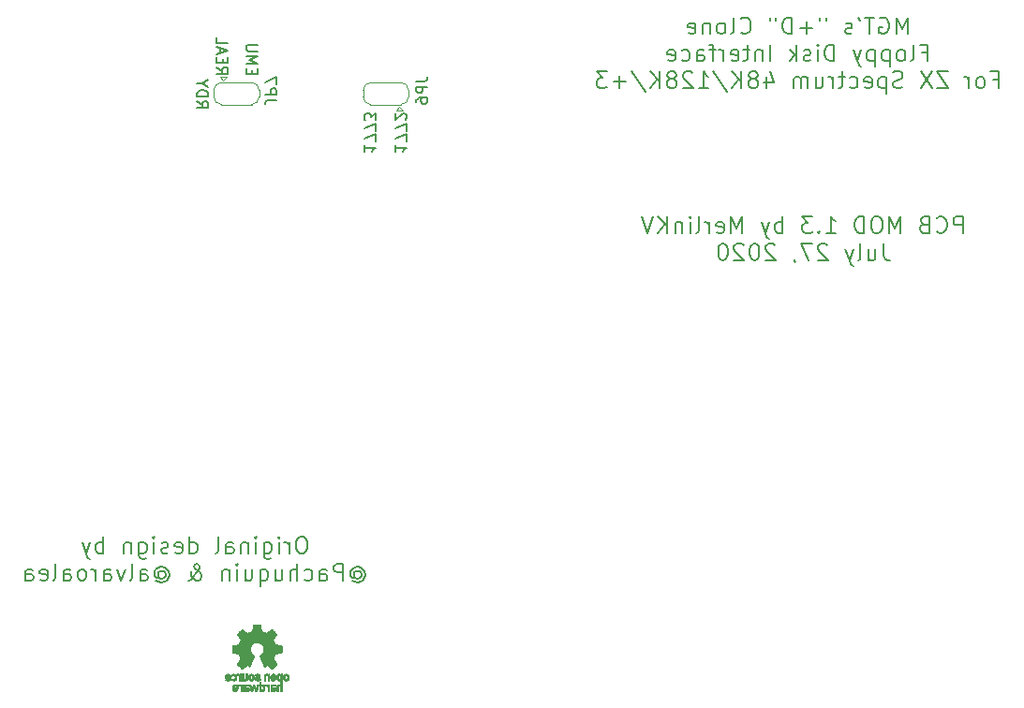
<source format=gbo>
G04 #@! TF.GenerationSoftware,KiCad,Pcbnew,(5.1.6)-1*
G04 #@! TF.CreationDate,2020-07-28T06:48:23+03:00*
G04 #@! TF.ProjectId,PlusD_Clone_1_3,506c7573-445f-4436-9c6f-6e655f315f33,rev?*
G04 #@! TF.SameCoordinates,Original*
G04 #@! TF.FileFunction,Legend,Bot*
G04 #@! TF.FilePolarity,Positive*
%FSLAX46Y46*%
G04 Gerber Fmt 4.6, Leading zero omitted, Abs format (unit mm)*
G04 Created by KiCad (PCBNEW (5.1.6)-1) date 2020-07-28 06:48:23*
%MOMM*%
%LPD*%
G01*
G04 APERTURE LIST*
%ADD10C,0.200000*%
%ADD11C,0.120000*%
%ADD12C,0.010000*%
%ADD13C,0.150000*%
G04 APERTURE END LIST*
D10*
X87431619Y-61198047D02*
X87907809Y-61531380D01*
X87431619Y-61769476D02*
X88431619Y-61769476D01*
X88431619Y-61388523D01*
X88384000Y-61293285D01*
X88336380Y-61245666D01*
X88241142Y-61198047D01*
X88098285Y-61198047D01*
X88003047Y-61245666D01*
X87955428Y-61293285D01*
X87907809Y-61388523D01*
X87907809Y-61769476D01*
X87431619Y-60769476D02*
X88431619Y-60769476D01*
X88431619Y-60531380D01*
X88384000Y-60388523D01*
X88288761Y-60293285D01*
X88193523Y-60245666D01*
X88003047Y-60198047D01*
X87860190Y-60198047D01*
X87669714Y-60245666D01*
X87574476Y-60293285D01*
X87479238Y-60388523D01*
X87431619Y-60531380D01*
X87431619Y-60769476D01*
X87907809Y-59579000D02*
X87431619Y-59579000D01*
X88431619Y-59912333D02*
X87907809Y-59579000D01*
X88431619Y-59245666D01*
X89209619Y-58126190D02*
X89685809Y-58459523D01*
X89209619Y-58697619D02*
X90209619Y-58697619D01*
X90209619Y-58316666D01*
X90162000Y-58221428D01*
X90114380Y-58173809D01*
X90019142Y-58126190D01*
X89876285Y-58126190D01*
X89781047Y-58173809D01*
X89733428Y-58221428D01*
X89685809Y-58316666D01*
X89685809Y-58697619D01*
X89733428Y-57697619D02*
X89733428Y-57364285D01*
X89209619Y-57221428D02*
X89209619Y-57697619D01*
X90209619Y-57697619D01*
X90209619Y-57221428D01*
X89495333Y-56840476D02*
X89495333Y-56364285D01*
X89209619Y-56935714D02*
X90209619Y-56602380D01*
X89209619Y-56269047D01*
X89209619Y-55459523D02*
X89209619Y-55935714D01*
X90209619Y-55935714D01*
X92400428Y-58713523D02*
X92400428Y-58380190D01*
X91876619Y-58237333D02*
X91876619Y-58713523D01*
X92876619Y-58713523D01*
X92876619Y-58237333D01*
X91876619Y-57808761D02*
X92876619Y-57808761D01*
X92162333Y-57475428D01*
X92876619Y-57142095D01*
X91876619Y-57142095D01*
X92876619Y-56665904D02*
X92067095Y-56665904D01*
X91971857Y-56618285D01*
X91924238Y-56570666D01*
X91876619Y-56475428D01*
X91876619Y-56284952D01*
X91924238Y-56189714D01*
X91971857Y-56142095D01*
X92067095Y-56094476D01*
X92876619Y-56094476D01*
X105338619Y-65150857D02*
X105338619Y-65722285D01*
X105338619Y-65436571D02*
X106338619Y-65436571D01*
X106195761Y-65531809D01*
X106100523Y-65627047D01*
X106052904Y-65722285D01*
X106338619Y-64817523D02*
X106338619Y-64150857D01*
X105338619Y-64579428D01*
X106338619Y-63865142D02*
X106338619Y-63198476D01*
X105338619Y-63627047D01*
X106243380Y-62865142D02*
X106291000Y-62817523D01*
X106338619Y-62722285D01*
X106338619Y-62484190D01*
X106291000Y-62388952D01*
X106243380Y-62341333D01*
X106148142Y-62293714D01*
X106052904Y-62293714D01*
X105910047Y-62341333D01*
X105338619Y-62912761D01*
X105338619Y-62293714D01*
X156632857Y-73113571D02*
X156632857Y-71613571D01*
X156061428Y-71613571D01*
X155918571Y-71685000D01*
X155847142Y-71756428D01*
X155775714Y-71899285D01*
X155775714Y-72113571D01*
X155847142Y-72256428D01*
X155918571Y-72327857D01*
X156061428Y-72399285D01*
X156632857Y-72399285D01*
X154275714Y-72970714D02*
X154347142Y-73042142D01*
X154561428Y-73113571D01*
X154704285Y-73113571D01*
X154918571Y-73042142D01*
X155061428Y-72899285D01*
X155132857Y-72756428D01*
X155204285Y-72470714D01*
X155204285Y-72256428D01*
X155132857Y-71970714D01*
X155061428Y-71827857D01*
X154918571Y-71685000D01*
X154704285Y-71613571D01*
X154561428Y-71613571D01*
X154347142Y-71685000D01*
X154275714Y-71756428D01*
X153132857Y-72327857D02*
X152918571Y-72399285D01*
X152847142Y-72470714D01*
X152775714Y-72613571D01*
X152775714Y-72827857D01*
X152847142Y-72970714D01*
X152918571Y-73042142D01*
X153061428Y-73113571D01*
X153632857Y-73113571D01*
X153632857Y-71613571D01*
X153132857Y-71613571D01*
X152990000Y-71685000D01*
X152918571Y-71756428D01*
X152847142Y-71899285D01*
X152847142Y-72042142D01*
X152918571Y-72185000D01*
X152990000Y-72256428D01*
X153132857Y-72327857D01*
X153632857Y-72327857D01*
X150990000Y-73113571D02*
X150990000Y-71613571D01*
X150490000Y-72685000D01*
X149990000Y-71613571D01*
X149990000Y-73113571D01*
X148990000Y-71613571D02*
X148704285Y-71613571D01*
X148561428Y-71685000D01*
X148418571Y-71827857D01*
X148347142Y-72113571D01*
X148347142Y-72613571D01*
X148418571Y-72899285D01*
X148561428Y-73042142D01*
X148704285Y-73113571D01*
X148990000Y-73113571D01*
X149132857Y-73042142D01*
X149275714Y-72899285D01*
X149347142Y-72613571D01*
X149347142Y-72113571D01*
X149275714Y-71827857D01*
X149132857Y-71685000D01*
X148990000Y-71613571D01*
X147704285Y-73113571D02*
X147704285Y-71613571D01*
X147347142Y-71613571D01*
X147132857Y-71685000D01*
X146990000Y-71827857D01*
X146918571Y-71970714D01*
X146847142Y-72256428D01*
X146847142Y-72470714D01*
X146918571Y-72756428D01*
X146990000Y-72899285D01*
X147132857Y-73042142D01*
X147347142Y-73113571D01*
X147704285Y-73113571D01*
X144275714Y-73113571D02*
X145132857Y-73113571D01*
X144704285Y-73113571D02*
X144704285Y-71613571D01*
X144847142Y-71827857D01*
X144990000Y-71970714D01*
X145132857Y-72042142D01*
X143632857Y-72970714D02*
X143561428Y-73042142D01*
X143632857Y-73113571D01*
X143704285Y-73042142D01*
X143632857Y-72970714D01*
X143632857Y-73113571D01*
X143061428Y-71613571D02*
X142132857Y-71613571D01*
X142632857Y-72185000D01*
X142418571Y-72185000D01*
X142275714Y-72256428D01*
X142204285Y-72327857D01*
X142132857Y-72470714D01*
X142132857Y-72827857D01*
X142204285Y-72970714D01*
X142275714Y-73042142D01*
X142418571Y-73113571D01*
X142847142Y-73113571D01*
X142990000Y-73042142D01*
X143061428Y-72970714D01*
X140347142Y-73113571D02*
X140347142Y-71613571D01*
X140347142Y-72185000D02*
X140204285Y-72113571D01*
X139918571Y-72113571D01*
X139775714Y-72185000D01*
X139704285Y-72256428D01*
X139632857Y-72399285D01*
X139632857Y-72827857D01*
X139704285Y-72970714D01*
X139775714Y-73042142D01*
X139918571Y-73113571D01*
X140204285Y-73113571D01*
X140347142Y-73042142D01*
X139132857Y-72113571D02*
X138775714Y-73113571D01*
X138418571Y-72113571D02*
X138775714Y-73113571D01*
X138918571Y-73470714D01*
X138990000Y-73542142D01*
X139132857Y-73613571D01*
X136704285Y-73113571D02*
X136704285Y-71613571D01*
X136204285Y-72685000D01*
X135704285Y-71613571D01*
X135704285Y-73113571D01*
X134418571Y-73042142D02*
X134561428Y-73113571D01*
X134847142Y-73113571D01*
X134990000Y-73042142D01*
X135061428Y-72899285D01*
X135061428Y-72327857D01*
X134990000Y-72185000D01*
X134847142Y-72113571D01*
X134561428Y-72113571D01*
X134418571Y-72185000D01*
X134347142Y-72327857D01*
X134347142Y-72470714D01*
X135061428Y-72613571D01*
X133704285Y-73113571D02*
X133704285Y-72113571D01*
X133704285Y-72399285D02*
X133632857Y-72256428D01*
X133561428Y-72185000D01*
X133418571Y-72113571D01*
X133275714Y-72113571D01*
X132561428Y-73113571D02*
X132704285Y-73042142D01*
X132775714Y-72899285D01*
X132775714Y-71613571D01*
X131990000Y-73113571D02*
X131990000Y-72113571D01*
X131990000Y-71613571D02*
X132061428Y-71685000D01*
X131990000Y-71756428D01*
X131918571Y-71685000D01*
X131990000Y-71613571D01*
X131990000Y-71756428D01*
X131275714Y-72113571D02*
X131275714Y-73113571D01*
X131275714Y-72256428D02*
X131204285Y-72185000D01*
X131061428Y-72113571D01*
X130847142Y-72113571D01*
X130704285Y-72185000D01*
X130632857Y-72327857D01*
X130632857Y-73113571D01*
X129918571Y-73113571D02*
X129918571Y-71613571D01*
X129061428Y-73113571D02*
X129704285Y-72256428D01*
X129061428Y-71613571D02*
X129918571Y-72470714D01*
X128632857Y-71613571D02*
X128132857Y-73113571D01*
X127632857Y-71613571D01*
X149454285Y-74063571D02*
X149454285Y-75135000D01*
X149525714Y-75349285D01*
X149668571Y-75492142D01*
X149882857Y-75563571D01*
X150025714Y-75563571D01*
X148097142Y-74563571D02*
X148097142Y-75563571D01*
X148740000Y-74563571D02*
X148740000Y-75349285D01*
X148668571Y-75492142D01*
X148525714Y-75563571D01*
X148311428Y-75563571D01*
X148168571Y-75492142D01*
X148097142Y-75420714D01*
X147168571Y-75563571D02*
X147311428Y-75492142D01*
X147382857Y-75349285D01*
X147382857Y-74063571D01*
X146740000Y-74563571D02*
X146382857Y-75563571D01*
X146025714Y-74563571D02*
X146382857Y-75563571D01*
X146525714Y-75920714D01*
X146597142Y-75992142D01*
X146740000Y-76063571D01*
X144382857Y-74206428D02*
X144311428Y-74135000D01*
X144168571Y-74063571D01*
X143811428Y-74063571D01*
X143668571Y-74135000D01*
X143597142Y-74206428D01*
X143525714Y-74349285D01*
X143525714Y-74492142D01*
X143597142Y-74706428D01*
X144454285Y-75563571D01*
X143525714Y-75563571D01*
X143025714Y-74063571D02*
X142025714Y-74063571D01*
X142668571Y-75563571D01*
X141382857Y-75492142D02*
X141382857Y-75563571D01*
X141454285Y-75706428D01*
X141525714Y-75777857D01*
X139668571Y-74206428D02*
X139597142Y-74135000D01*
X139454285Y-74063571D01*
X139097142Y-74063571D01*
X138954285Y-74135000D01*
X138882857Y-74206428D01*
X138811428Y-74349285D01*
X138811428Y-74492142D01*
X138882857Y-74706428D01*
X139740000Y-75563571D01*
X138811428Y-75563571D01*
X137882857Y-74063571D02*
X137740000Y-74063571D01*
X137597142Y-74135000D01*
X137525714Y-74206428D01*
X137454285Y-74349285D01*
X137382857Y-74635000D01*
X137382857Y-74992142D01*
X137454285Y-75277857D01*
X137525714Y-75420714D01*
X137597142Y-75492142D01*
X137740000Y-75563571D01*
X137882857Y-75563571D01*
X138025714Y-75492142D01*
X138097142Y-75420714D01*
X138168571Y-75277857D01*
X138240000Y-74992142D01*
X138240000Y-74635000D01*
X138168571Y-74349285D01*
X138097142Y-74206428D01*
X138025714Y-74135000D01*
X137882857Y-74063571D01*
X136811428Y-74206428D02*
X136740000Y-74135000D01*
X136597142Y-74063571D01*
X136240000Y-74063571D01*
X136097142Y-74135000D01*
X136025714Y-74206428D01*
X135954285Y-74349285D01*
X135954285Y-74492142D01*
X136025714Y-74706428D01*
X136882857Y-75563571D01*
X135954285Y-75563571D01*
X135025714Y-74063571D02*
X134882857Y-74063571D01*
X134740000Y-74135000D01*
X134668571Y-74206428D01*
X134597142Y-74349285D01*
X134525714Y-74635000D01*
X134525714Y-74992142D01*
X134597142Y-75277857D01*
X134668571Y-75420714D01*
X134740000Y-75492142D01*
X134882857Y-75563571D01*
X135025714Y-75563571D01*
X135168571Y-75492142D01*
X135240000Y-75420714D01*
X135311428Y-75277857D01*
X135382857Y-74992142D01*
X135382857Y-74635000D01*
X135311428Y-74349285D01*
X135240000Y-74206428D01*
X135168571Y-74135000D01*
X135025714Y-74063571D01*
X102544619Y-65150857D02*
X102544619Y-65722285D01*
X102544619Y-65436571D02*
X103544619Y-65436571D01*
X103401761Y-65531809D01*
X103306523Y-65627047D01*
X103258904Y-65722285D01*
X103544619Y-64817523D02*
X103544619Y-64150857D01*
X102544619Y-64579428D01*
X103544619Y-63865142D02*
X103544619Y-63198476D01*
X102544619Y-63627047D01*
X103544619Y-62912761D02*
X103544619Y-62293714D01*
X103163666Y-62627047D01*
X103163666Y-62484190D01*
X103116047Y-62388952D01*
X103068428Y-62341333D01*
X102973190Y-62293714D01*
X102735095Y-62293714D01*
X102639857Y-62341333D01*
X102592238Y-62388952D01*
X102544619Y-62484190D01*
X102544619Y-62769904D01*
X102592238Y-62865142D01*
X102639857Y-62912761D01*
X97034714Y-100569571D02*
X96749000Y-100569571D01*
X96606142Y-100641000D01*
X96463285Y-100783857D01*
X96391857Y-101069571D01*
X96391857Y-101569571D01*
X96463285Y-101855285D01*
X96606142Y-101998142D01*
X96749000Y-102069571D01*
X97034714Y-102069571D01*
X97177571Y-101998142D01*
X97320428Y-101855285D01*
X97391857Y-101569571D01*
X97391857Y-101069571D01*
X97320428Y-100783857D01*
X97177571Y-100641000D01*
X97034714Y-100569571D01*
X95749000Y-102069571D02*
X95749000Y-101069571D01*
X95749000Y-101355285D02*
X95677571Y-101212428D01*
X95606142Y-101141000D01*
X95463285Y-101069571D01*
X95320428Y-101069571D01*
X94820428Y-102069571D02*
X94820428Y-101069571D01*
X94820428Y-100569571D02*
X94891857Y-100641000D01*
X94820428Y-100712428D01*
X94749000Y-100641000D01*
X94820428Y-100569571D01*
X94820428Y-100712428D01*
X93463285Y-101069571D02*
X93463285Y-102283857D01*
X93534714Y-102426714D01*
X93606142Y-102498142D01*
X93749000Y-102569571D01*
X93963285Y-102569571D01*
X94106142Y-102498142D01*
X93463285Y-101998142D02*
X93606142Y-102069571D01*
X93891857Y-102069571D01*
X94034714Y-101998142D01*
X94106142Y-101926714D01*
X94177571Y-101783857D01*
X94177571Y-101355285D01*
X94106142Y-101212428D01*
X94034714Y-101141000D01*
X93891857Y-101069571D01*
X93606142Y-101069571D01*
X93463285Y-101141000D01*
X92749000Y-102069571D02*
X92749000Y-101069571D01*
X92749000Y-100569571D02*
X92820428Y-100641000D01*
X92749000Y-100712428D01*
X92677571Y-100641000D01*
X92749000Y-100569571D01*
X92749000Y-100712428D01*
X92034714Y-101069571D02*
X92034714Y-102069571D01*
X92034714Y-101212428D02*
X91963285Y-101141000D01*
X91820428Y-101069571D01*
X91606142Y-101069571D01*
X91463285Y-101141000D01*
X91391857Y-101283857D01*
X91391857Y-102069571D01*
X90034714Y-102069571D02*
X90034714Y-101283857D01*
X90106142Y-101141000D01*
X90249000Y-101069571D01*
X90534714Y-101069571D01*
X90677571Y-101141000D01*
X90034714Y-101998142D02*
X90177571Y-102069571D01*
X90534714Y-102069571D01*
X90677571Y-101998142D01*
X90749000Y-101855285D01*
X90749000Y-101712428D01*
X90677571Y-101569571D01*
X90534714Y-101498142D01*
X90177571Y-101498142D01*
X90034714Y-101426714D01*
X89106142Y-102069571D02*
X89249000Y-101998142D01*
X89320428Y-101855285D01*
X89320428Y-100569571D01*
X86749000Y-102069571D02*
X86749000Y-100569571D01*
X86749000Y-101998142D02*
X86891857Y-102069571D01*
X87177571Y-102069571D01*
X87320428Y-101998142D01*
X87391857Y-101926714D01*
X87463285Y-101783857D01*
X87463285Y-101355285D01*
X87391857Y-101212428D01*
X87320428Y-101141000D01*
X87177571Y-101069571D01*
X86891857Y-101069571D01*
X86749000Y-101141000D01*
X85463285Y-101998142D02*
X85606142Y-102069571D01*
X85891857Y-102069571D01*
X86034714Y-101998142D01*
X86106142Y-101855285D01*
X86106142Y-101283857D01*
X86034714Y-101141000D01*
X85891857Y-101069571D01*
X85606142Y-101069571D01*
X85463285Y-101141000D01*
X85391857Y-101283857D01*
X85391857Y-101426714D01*
X86106142Y-101569571D01*
X84820428Y-101998142D02*
X84677571Y-102069571D01*
X84391857Y-102069571D01*
X84249000Y-101998142D01*
X84177571Y-101855285D01*
X84177571Y-101783857D01*
X84249000Y-101641000D01*
X84391857Y-101569571D01*
X84606142Y-101569571D01*
X84749000Y-101498142D01*
X84820428Y-101355285D01*
X84820428Y-101283857D01*
X84749000Y-101141000D01*
X84606142Y-101069571D01*
X84391857Y-101069571D01*
X84249000Y-101141000D01*
X83534714Y-102069571D02*
X83534714Y-101069571D01*
X83534714Y-100569571D02*
X83606142Y-100641000D01*
X83534714Y-100712428D01*
X83463285Y-100641000D01*
X83534714Y-100569571D01*
X83534714Y-100712428D01*
X82177571Y-101069571D02*
X82177571Y-102283857D01*
X82249000Y-102426714D01*
X82320428Y-102498142D01*
X82463285Y-102569571D01*
X82677571Y-102569571D01*
X82820428Y-102498142D01*
X82177571Y-101998142D02*
X82320428Y-102069571D01*
X82606142Y-102069571D01*
X82749000Y-101998142D01*
X82820428Y-101926714D01*
X82891857Y-101783857D01*
X82891857Y-101355285D01*
X82820428Y-101212428D01*
X82749000Y-101141000D01*
X82606142Y-101069571D01*
X82320428Y-101069571D01*
X82177571Y-101141000D01*
X81463285Y-101069571D02*
X81463285Y-102069571D01*
X81463285Y-101212428D02*
X81391857Y-101141000D01*
X81249000Y-101069571D01*
X81034714Y-101069571D01*
X80891857Y-101141000D01*
X80820428Y-101283857D01*
X80820428Y-102069571D01*
X78963285Y-102069571D02*
X78963285Y-100569571D01*
X78963285Y-101141000D02*
X78820428Y-101069571D01*
X78534714Y-101069571D01*
X78391857Y-101141000D01*
X78320428Y-101212428D01*
X78249000Y-101355285D01*
X78249000Y-101783857D01*
X78320428Y-101926714D01*
X78391857Y-101998142D01*
X78534714Y-102069571D01*
X78820428Y-102069571D01*
X78963285Y-101998142D01*
X77749000Y-101069571D02*
X77391857Y-102069571D01*
X77034714Y-101069571D02*
X77391857Y-102069571D01*
X77534714Y-102426714D01*
X77606142Y-102498142D01*
X77749000Y-102569571D01*
X101641857Y-103805285D02*
X101713285Y-103733857D01*
X101856142Y-103662428D01*
X101999000Y-103662428D01*
X102141857Y-103733857D01*
X102213285Y-103805285D01*
X102284714Y-103948142D01*
X102284714Y-104091000D01*
X102213285Y-104233857D01*
X102141857Y-104305285D01*
X101999000Y-104376714D01*
X101856142Y-104376714D01*
X101713285Y-104305285D01*
X101641857Y-104233857D01*
X101641857Y-103662428D02*
X101641857Y-104233857D01*
X101570428Y-104305285D01*
X101499000Y-104305285D01*
X101356142Y-104233857D01*
X101284714Y-104091000D01*
X101284714Y-103733857D01*
X101427571Y-103519571D01*
X101641857Y-103376714D01*
X101927571Y-103305285D01*
X102213285Y-103376714D01*
X102427571Y-103519571D01*
X102570428Y-103733857D01*
X102641857Y-104019571D01*
X102570428Y-104305285D01*
X102427571Y-104519571D01*
X102213285Y-104662428D01*
X101927571Y-104733857D01*
X101641857Y-104662428D01*
X101427571Y-104519571D01*
X100641857Y-104519571D02*
X100641857Y-103019571D01*
X100070428Y-103019571D01*
X99927571Y-103091000D01*
X99856142Y-103162428D01*
X99784714Y-103305285D01*
X99784714Y-103519571D01*
X99856142Y-103662428D01*
X99927571Y-103733857D01*
X100070428Y-103805285D01*
X100641857Y-103805285D01*
X98499000Y-104519571D02*
X98499000Y-103733857D01*
X98570428Y-103591000D01*
X98713285Y-103519571D01*
X98999000Y-103519571D01*
X99141857Y-103591000D01*
X98499000Y-104448142D02*
X98641857Y-104519571D01*
X98999000Y-104519571D01*
X99141857Y-104448142D01*
X99213285Y-104305285D01*
X99213285Y-104162428D01*
X99141857Y-104019571D01*
X98999000Y-103948142D01*
X98641857Y-103948142D01*
X98499000Y-103876714D01*
X97141857Y-104448142D02*
X97284714Y-104519571D01*
X97570428Y-104519571D01*
X97713285Y-104448142D01*
X97784714Y-104376714D01*
X97856142Y-104233857D01*
X97856142Y-103805285D01*
X97784714Y-103662428D01*
X97713285Y-103591000D01*
X97570428Y-103519571D01*
X97284714Y-103519571D01*
X97141857Y-103591000D01*
X96499000Y-104519571D02*
X96499000Y-103019571D01*
X95856142Y-104519571D02*
X95856142Y-103733857D01*
X95927571Y-103591000D01*
X96070428Y-103519571D01*
X96284714Y-103519571D01*
X96427571Y-103591000D01*
X96499000Y-103662428D01*
X94499000Y-103519571D02*
X94499000Y-104519571D01*
X95141857Y-103519571D02*
X95141857Y-104305285D01*
X95070428Y-104448142D01*
X94927571Y-104519571D01*
X94713285Y-104519571D01*
X94570428Y-104448142D01*
X94499000Y-104376714D01*
X93141857Y-103519571D02*
X93141857Y-105019571D01*
X93141857Y-104448142D02*
X93284714Y-104519571D01*
X93570428Y-104519571D01*
X93713285Y-104448142D01*
X93784714Y-104376714D01*
X93856142Y-104233857D01*
X93856142Y-103805285D01*
X93784714Y-103662428D01*
X93713285Y-103591000D01*
X93570428Y-103519571D01*
X93284714Y-103519571D01*
X93141857Y-103591000D01*
X91784714Y-103519571D02*
X91784714Y-104519571D01*
X92427571Y-103519571D02*
X92427571Y-104305285D01*
X92356142Y-104448142D01*
X92213285Y-104519571D01*
X91999000Y-104519571D01*
X91856142Y-104448142D01*
X91784714Y-104376714D01*
X91070428Y-104519571D02*
X91070428Y-103519571D01*
X91070428Y-103019571D02*
X91141857Y-103091000D01*
X91070428Y-103162428D01*
X90999000Y-103091000D01*
X91070428Y-103019571D01*
X91070428Y-103162428D01*
X90356142Y-103519571D02*
X90356142Y-104519571D01*
X90356142Y-103662428D02*
X90284714Y-103591000D01*
X90141857Y-103519571D01*
X89927571Y-103519571D01*
X89784714Y-103591000D01*
X89713285Y-103733857D01*
X89713285Y-104519571D01*
X86641857Y-104519571D02*
X86713285Y-104519571D01*
X86856142Y-104448142D01*
X87070428Y-104233857D01*
X87427571Y-103805285D01*
X87570428Y-103591000D01*
X87641857Y-103376714D01*
X87641857Y-103233857D01*
X87570428Y-103091000D01*
X87427571Y-103019571D01*
X87356142Y-103019571D01*
X87213285Y-103091000D01*
X87141857Y-103233857D01*
X87141857Y-103305285D01*
X87213285Y-103448142D01*
X87284714Y-103519571D01*
X87713285Y-103805285D01*
X87784714Y-103876714D01*
X87856142Y-104019571D01*
X87856142Y-104233857D01*
X87784714Y-104376714D01*
X87713285Y-104448142D01*
X87570428Y-104519571D01*
X87356142Y-104519571D01*
X87213285Y-104448142D01*
X87141857Y-104376714D01*
X86927571Y-104091000D01*
X86856142Y-103876714D01*
X86856142Y-103733857D01*
X83927571Y-103805285D02*
X83999000Y-103733857D01*
X84141857Y-103662428D01*
X84284714Y-103662428D01*
X84427571Y-103733857D01*
X84499000Y-103805285D01*
X84570428Y-103948142D01*
X84570428Y-104091000D01*
X84499000Y-104233857D01*
X84427571Y-104305285D01*
X84284714Y-104376714D01*
X84141857Y-104376714D01*
X83999000Y-104305285D01*
X83927571Y-104233857D01*
X83927571Y-103662428D02*
X83927571Y-104233857D01*
X83856142Y-104305285D01*
X83784714Y-104305285D01*
X83641857Y-104233857D01*
X83570428Y-104091000D01*
X83570428Y-103733857D01*
X83713285Y-103519571D01*
X83927571Y-103376714D01*
X84213285Y-103305285D01*
X84499000Y-103376714D01*
X84713285Y-103519571D01*
X84856142Y-103733857D01*
X84927571Y-104019571D01*
X84856142Y-104305285D01*
X84713285Y-104519571D01*
X84499000Y-104662428D01*
X84213285Y-104733857D01*
X83927571Y-104662428D01*
X83713285Y-104519571D01*
X82284714Y-104519571D02*
X82284714Y-103733857D01*
X82356142Y-103591000D01*
X82499000Y-103519571D01*
X82784714Y-103519571D01*
X82927571Y-103591000D01*
X82284714Y-104448142D02*
X82427571Y-104519571D01*
X82784714Y-104519571D01*
X82927571Y-104448142D01*
X82999000Y-104305285D01*
X82999000Y-104162428D01*
X82927571Y-104019571D01*
X82784714Y-103948142D01*
X82427571Y-103948142D01*
X82284714Y-103876714D01*
X81356142Y-104519571D02*
X81499000Y-104448142D01*
X81570428Y-104305285D01*
X81570428Y-103019571D01*
X80927571Y-103519571D02*
X80570428Y-104519571D01*
X80213285Y-103519571D01*
X78999000Y-104519571D02*
X78999000Y-103733857D01*
X79070428Y-103591000D01*
X79213285Y-103519571D01*
X79499000Y-103519571D01*
X79641857Y-103591000D01*
X78999000Y-104448142D02*
X79141857Y-104519571D01*
X79499000Y-104519571D01*
X79641857Y-104448142D01*
X79713285Y-104305285D01*
X79713285Y-104162428D01*
X79641857Y-104019571D01*
X79499000Y-103948142D01*
X79141857Y-103948142D01*
X78999000Y-103876714D01*
X78284714Y-104519571D02*
X78284714Y-103519571D01*
X78284714Y-103805285D02*
X78213285Y-103662428D01*
X78141857Y-103591000D01*
X77999000Y-103519571D01*
X77856142Y-103519571D01*
X77141857Y-104519571D02*
X77284714Y-104448142D01*
X77356142Y-104376714D01*
X77427571Y-104233857D01*
X77427571Y-103805285D01*
X77356142Y-103662428D01*
X77284714Y-103591000D01*
X77141857Y-103519571D01*
X76927571Y-103519571D01*
X76784714Y-103591000D01*
X76713285Y-103662428D01*
X76641857Y-103805285D01*
X76641857Y-104233857D01*
X76713285Y-104376714D01*
X76784714Y-104448142D01*
X76927571Y-104519571D01*
X77141857Y-104519571D01*
X75356142Y-104519571D02*
X75356142Y-103733857D01*
X75427571Y-103591000D01*
X75570428Y-103519571D01*
X75856142Y-103519571D01*
X75999000Y-103591000D01*
X75356142Y-104448142D02*
X75499000Y-104519571D01*
X75856142Y-104519571D01*
X75999000Y-104448142D01*
X76070428Y-104305285D01*
X76070428Y-104162428D01*
X75999000Y-104019571D01*
X75856142Y-103948142D01*
X75499000Y-103948142D01*
X75356142Y-103876714D01*
X74427571Y-104519571D02*
X74570428Y-104448142D01*
X74641857Y-104305285D01*
X74641857Y-103019571D01*
X73284714Y-104448142D02*
X73427571Y-104519571D01*
X73713285Y-104519571D01*
X73856142Y-104448142D01*
X73927571Y-104305285D01*
X73927571Y-103733857D01*
X73856142Y-103591000D01*
X73713285Y-103519571D01*
X73427571Y-103519571D01*
X73284714Y-103591000D01*
X73213285Y-103733857D01*
X73213285Y-103876714D01*
X73927571Y-104019571D01*
X71927571Y-104519571D02*
X71927571Y-103733857D01*
X71999000Y-103591000D01*
X72141857Y-103519571D01*
X72427571Y-103519571D01*
X72570428Y-103591000D01*
X71927571Y-104448142D02*
X72070428Y-104519571D01*
X72427571Y-104519571D01*
X72570428Y-104448142D01*
X72641857Y-104305285D01*
X72641857Y-104162428D01*
X72570428Y-104019571D01*
X72427571Y-103948142D01*
X72070428Y-103948142D01*
X71927571Y-103876714D01*
X151624857Y-55124571D02*
X151624857Y-53624571D01*
X151124857Y-54696000D01*
X150624857Y-53624571D01*
X150624857Y-55124571D01*
X149124857Y-53696000D02*
X149267714Y-53624571D01*
X149482000Y-53624571D01*
X149696285Y-53696000D01*
X149839142Y-53838857D01*
X149910571Y-53981714D01*
X149982000Y-54267428D01*
X149982000Y-54481714D01*
X149910571Y-54767428D01*
X149839142Y-54910285D01*
X149696285Y-55053142D01*
X149482000Y-55124571D01*
X149339142Y-55124571D01*
X149124857Y-55053142D01*
X149053428Y-54981714D01*
X149053428Y-54481714D01*
X149339142Y-54481714D01*
X148624857Y-53624571D02*
X147767714Y-53624571D01*
X148196285Y-55124571D02*
X148196285Y-53624571D01*
X147196285Y-53624571D02*
X147339142Y-53910285D01*
X146624857Y-55053142D02*
X146482000Y-55124571D01*
X146196285Y-55124571D01*
X146053428Y-55053142D01*
X145982000Y-54910285D01*
X145982000Y-54838857D01*
X146053428Y-54696000D01*
X146196285Y-54624571D01*
X146410571Y-54624571D01*
X146553428Y-54553142D01*
X146624857Y-54410285D01*
X146624857Y-54338857D01*
X146553428Y-54196000D01*
X146410571Y-54124571D01*
X146196285Y-54124571D01*
X146053428Y-54196000D01*
X144267714Y-53624571D02*
X144267714Y-53910285D01*
X143696285Y-53624571D02*
X143696285Y-53910285D01*
X143053428Y-54553142D02*
X141910571Y-54553142D01*
X142482000Y-55124571D02*
X142482000Y-53981714D01*
X141196285Y-55124571D02*
X141196285Y-53624571D01*
X140839142Y-53624571D01*
X140624857Y-53696000D01*
X140482000Y-53838857D01*
X140410571Y-53981714D01*
X140339142Y-54267428D01*
X140339142Y-54481714D01*
X140410571Y-54767428D01*
X140482000Y-54910285D01*
X140624857Y-55053142D01*
X140839142Y-55124571D01*
X141196285Y-55124571D01*
X139767714Y-53624571D02*
X139767714Y-53910285D01*
X139196285Y-53624571D02*
X139196285Y-53910285D01*
X136553428Y-54981714D02*
X136624857Y-55053142D01*
X136839142Y-55124571D01*
X136982000Y-55124571D01*
X137196285Y-55053142D01*
X137339142Y-54910285D01*
X137410571Y-54767428D01*
X137482000Y-54481714D01*
X137482000Y-54267428D01*
X137410571Y-53981714D01*
X137339142Y-53838857D01*
X137196285Y-53696000D01*
X136982000Y-53624571D01*
X136839142Y-53624571D01*
X136624857Y-53696000D01*
X136553428Y-53767428D01*
X135696285Y-55124571D02*
X135839142Y-55053142D01*
X135910571Y-54910285D01*
X135910571Y-53624571D01*
X134910571Y-55124571D02*
X135053428Y-55053142D01*
X135124857Y-54981714D01*
X135196285Y-54838857D01*
X135196285Y-54410285D01*
X135124857Y-54267428D01*
X135053428Y-54196000D01*
X134910571Y-54124571D01*
X134696285Y-54124571D01*
X134553428Y-54196000D01*
X134482000Y-54267428D01*
X134410571Y-54410285D01*
X134410571Y-54838857D01*
X134482000Y-54981714D01*
X134553428Y-55053142D01*
X134696285Y-55124571D01*
X134910571Y-55124571D01*
X133767714Y-54124571D02*
X133767714Y-55124571D01*
X133767714Y-54267428D02*
X133696285Y-54196000D01*
X133553428Y-54124571D01*
X133339142Y-54124571D01*
X133196285Y-54196000D01*
X133124857Y-54338857D01*
X133124857Y-55124571D01*
X131839142Y-55053142D02*
X131982000Y-55124571D01*
X132267714Y-55124571D01*
X132410571Y-55053142D01*
X132482000Y-54910285D01*
X132482000Y-54338857D01*
X132410571Y-54196000D01*
X132267714Y-54124571D01*
X131982000Y-54124571D01*
X131839142Y-54196000D01*
X131767714Y-54338857D01*
X131767714Y-54481714D01*
X132482000Y-54624571D01*
X152946285Y-56788857D02*
X153446285Y-56788857D01*
X153446285Y-57574571D02*
X153446285Y-56074571D01*
X152732000Y-56074571D01*
X151946285Y-57574571D02*
X152089142Y-57503142D01*
X152160571Y-57360285D01*
X152160571Y-56074571D01*
X151160571Y-57574571D02*
X151303428Y-57503142D01*
X151374857Y-57431714D01*
X151446285Y-57288857D01*
X151446285Y-56860285D01*
X151374857Y-56717428D01*
X151303428Y-56646000D01*
X151160571Y-56574571D01*
X150946285Y-56574571D01*
X150803428Y-56646000D01*
X150732000Y-56717428D01*
X150660571Y-56860285D01*
X150660571Y-57288857D01*
X150732000Y-57431714D01*
X150803428Y-57503142D01*
X150946285Y-57574571D01*
X151160571Y-57574571D01*
X150017714Y-56574571D02*
X150017714Y-58074571D01*
X150017714Y-56646000D02*
X149874857Y-56574571D01*
X149589142Y-56574571D01*
X149446285Y-56646000D01*
X149374857Y-56717428D01*
X149303428Y-56860285D01*
X149303428Y-57288857D01*
X149374857Y-57431714D01*
X149446285Y-57503142D01*
X149589142Y-57574571D01*
X149874857Y-57574571D01*
X150017714Y-57503142D01*
X148660571Y-56574571D02*
X148660571Y-58074571D01*
X148660571Y-56646000D02*
X148517714Y-56574571D01*
X148232000Y-56574571D01*
X148089142Y-56646000D01*
X148017714Y-56717428D01*
X147946285Y-56860285D01*
X147946285Y-57288857D01*
X148017714Y-57431714D01*
X148089142Y-57503142D01*
X148232000Y-57574571D01*
X148517714Y-57574571D01*
X148660571Y-57503142D01*
X147446285Y-56574571D02*
X147089142Y-57574571D01*
X146732000Y-56574571D02*
X147089142Y-57574571D01*
X147232000Y-57931714D01*
X147303428Y-58003142D01*
X147446285Y-58074571D01*
X145017714Y-57574571D02*
X145017714Y-56074571D01*
X144660571Y-56074571D01*
X144446285Y-56146000D01*
X144303428Y-56288857D01*
X144232000Y-56431714D01*
X144160571Y-56717428D01*
X144160571Y-56931714D01*
X144232000Y-57217428D01*
X144303428Y-57360285D01*
X144446285Y-57503142D01*
X144660571Y-57574571D01*
X145017714Y-57574571D01*
X143517714Y-57574571D02*
X143517714Y-56574571D01*
X143517714Y-56074571D02*
X143589142Y-56146000D01*
X143517714Y-56217428D01*
X143446285Y-56146000D01*
X143517714Y-56074571D01*
X143517714Y-56217428D01*
X142874857Y-57503142D02*
X142732000Y-57574571D01*
X142446285Y-57574571D01*
X142303428Y-57503142D01*
X142232000Y-57360285D01*
X142232000Y-57288857D01*
X142303428Y-57146000D01*
X142446285Y-57074571D01*
X142660571Y-57074571D01*
X142803428Y-57003142D01*
X142874857Y-56860285D01*
X142874857Y-56788857D01*
X142803428Y-56646000D01*
X142660571Y-56574571D01*
X142446285Y-56574571D01*
X142303428Y-56646000D01*
X141589142Y-57574571D02*
X141589142Y-56074571D01*
X141446285Y-57003142D02*
X141017714Y-57574571D01*
X141017714Y-56574571D02*
X141589142Y-57146000D01*
X139232000Y-57574571D02*
X139232000Y-56074571D01*
X138517714Y-56574571D02*
X138517714Y-57574571D01*
X138517714Y-56717428D02*
X138446285Y-56646000D01*
X138303428Y-56574571D01*
X138089142Y-56574571D01*
X137946285Y-56646000D01*
X137874857Y-56788857D01*
X137874857Y-57574571D01*
X137374857Y-56574571D02*
X136803428Y-56574571D01*
X137160571Y-56074571D02*
X137160571Y-57360285D01*
X137089142Y-57503142D01*
X136946285Y-57574571D01*
X136803428Y-57574571D01*
X135732000Y-57503142D02*
X135874857Y-57574571D01*
X136160571Y-57574571D01*
X136303428Y-57503142D01*
X136374857Y-57360285D01*
X136374857Y-56788857D01*
X136303428Y-56646000D01*
X136160571Y-56574571D01*
X135874857Y-56574571D01*
X135732000Y-56646000D01*
X135660571Y-56788857D01*
X135660571Y-56931714D01*
X136374857Y-57074571D01*
X135017714Y-57574571D02*
X135017714Y-56574571D01*
X135017714Y-56860285D02*
X134946285Y-56717428D01*
X134874857Y-56646000D01*
X134732000Y-56574571D01*
X134589142Y-56574571D01*
X134303428Y-56574571D02*
X133732000Y-56574571D01*
X134089142Y-57574571D02*
X134089142Y-56288857D01*
X134017714Y-56146000D01*
X133874857Y-56074571D01*
X133732000Y-56074571D01*
X132589142Y-57574571D02*
X132589142Y-56788857D01*
X132660571Y-56646000D01*
X132803428Y-56574571D01*
X133089142Y-56574571D01*
X133232000Y-56646000D01*
X132589142Y-57503142D02*
X132732000Y-57574571D01*
X133089142Y-57574571D01*
X133232000Y-57503142D01*
X133303428Y-57360285D01*
X133303428Y-57217428D01*
X133232000Y-57074571D01*
X133089142Y-57003142D01*
X132732000Y-57003142D01*
X132589142Y-56931714D01*
X131232000Y-57503142D02*
X131374857Y-57574571D01*
X131660571Y-57574571D01*
X131803428Y-57503142D01*
X131874857Y-57431714D01*
X131946285Y-57288857D01*
X131946285Y-56860285D01*
X131874857Y-56717428D01*
X131803428Y-56646000D01*
X131660571Y-56574571D01*
X131374857Y-56574571D01*
X131232000Y-56646000D01*
X130017714Y-57503142D02*
X130160571Y-57574571D01*
X130446285Y-57574571D01*
X130589142Y-57503142D01*
X130660571Y-57360285D01*
X130660571Y-56788857D01*
X130589142Y-56646000D01*
X130446285Y-56574571D01*
X130160571Y-56574571D01*
X130017714Y-56646000D01*
X129946285Y-56788857D01*
X129946285Y-56931714D01*
X130660571Y-57074571D01*
X159339142Y-59238857D02*
X159839142Y-59238857D01*
X159839142Y-60024571D02*
X159839142Y-58524571D01*
X159124857Y-58524571D01*
X158339142Y-60024571D02*
X158482000Y-59953142D01*
X158553428Y-59881714D01*
X158624857Y-59738857D01*
X158624857Y-59310285D01*
X158553428Y-59167428D01*
X158482000Y-59096000D01*
X158339142Y-59024571D01*
X158124857Y-59024571D01*
X157982000Y-59096000D01*
X157910571Y-59167428D01*
X157839142Y-59310285D01*
X157839142Y-59738857D01*
X157910571Y-59881714D01*
X157982000Y-59953142D01*
X158124857Y-60024571D01*
X158339142Y-60024571D01*
X157196285Y-60024571D02*
X157196285Y-59024571D01*
X157196285Y-59310285D02*
X157124857Y-59167428D01*
X157053428Y-59096000D01*
X156910571Y-59024571D01*
X156767714Y-59024571D01*
X155267714Y-58524571D02*
X154267714Y-58524571D01*
X155267714Y-60024571D01*
X154267714Y-60024571D01*
X153839142Y-58524571D02*
X152839142Y-60024571D01*
X152839142Y-58524571D02*
X153839142Y-60024571D01*
X151196285Y-59953142D02*
X150982000Y-60024571D01*
X150624857Y-60024571D01*
X150482000Y-59953142D01*
X150410571Y-59881714D01*
X150339142Y-59738857D01*
X150339142Y-59596000D01*
X150410571Y-59453142D01*
X150482000Y-59381714D01*
X150624857Y-59310285D01*
X150910571Y-59238857D01*
X151053428Y-59167428D01*
X151124857Y-59096000D01*
X151196285Y-58953142D01*
X151196285Y-58810285D01*
X151124857Y-58667428D01*
X151053428Y-58596000D01*
X150910571Y-58524571D01*
X150553428Y-58524571D01*
X150339142Y-58596000D01*
X149696285Y-59024571D02*
X149696285Y-60524571D01*
X149696285Y-59096000D02*
X149553428Y-59024571D01*
X149267714Y-59024571D01*
X149124857Y-59096000D01*
X149053428Y-59167428D01*
X148982000Y-59310285D01*
X148982000Y-59738857D01*
X149053428Y-59881714D01*
X149124857Y-59953142D01*
X149267714Y-60024571D01*
X149553428Y-60024571D01*
X149696285Y-59953142D01*
X147767714Y-59953142D02*
X147910571Y-60024571D01*
X148196285Y-60024571D01*
X148339142Y-59953142D01*
X148410571Y-59810285D01*
X148410571Y-59238857D01*
X148339142Y-59096000D01*
X148196285Y-59024571D01*
X147910571Y-59024571D01*
X147767714Y-59096000D01*
X147696285Y-59238857D01*
X147696285Y-59381714D01*
X148410571Y-59524571D01*
X146410571Y-59953142D02*
X146553428Y-60024571D01*
X146839142Y-60024571D01*
X146982000Y-59953142D01*
X147053428Y-59881714D01*
X147124857Y-59738857D01*
X147124857Y-59310285D01*
X147053428Y-59167428D01*
X146982000Y-59096000D01*
X146839142Y-59024571D01*
X146553428Y-59024571D01*
X146410571Y-59096000D01*
X145982000Y-59024571D02*
X145410571Y-59024571D01*
X145767714Y-58524571D02*
X145767714Y-59810285D01*
X145696285Y-59953142D01*
X145553428Y-60024571D01*
X145410571Y-60024571D01*
X144910571Y-60024571D02*
X144910571Y-59024571D01*
X144910571Y-59310285D02*
X144839142Y-59167428D01*
X144767714Y-59096000D01*
X144624857Y-59024571D01*
X144482000Y-59024571D01*
X143339142Y-59024571D02*
X143339142Y-60024571D01*
X143982000Y-59024571D02*
X143982000Y-59810285D01*
X143910571Y-59953142D01*
X143767714Y-60024571D01*
X143553428Y-60024571D01*
X143410571Y-59953142D01*
X143339142Y-59881714D01*
X142624857Y-60024571D02*
X142624857Y-59024571D01*
X142624857Y-59167428D02*
X142553428Y-59096000D01*
X142410571Y-59024571D01*
X142196285Y-59024571D01*
X142053428Y-59096000D01*
X141982000Y-59238857D01*
X141982000Y-60024571D01*
X141982000Y-59238857D02*
X141910571Y-59096000D01*
X141767714Y-59024571D01*
X141553428Y-59024571D01*
X141410571Y-59096000D01*
X141339142Y-59238857D01*
X141339142Y-60024571D01*
X138839142Y-59024571D02*
X138839142Y-60024571D01*
X139196285Y-58453142D02*
X139553428Y-59524571D01*
X138624857Y-59524571D01*
X137839142Y-59167428D02*
X137982000Y-59096000D01*
X138053428Y-59024571D01*
X138124857Y-58881714D01*
X138124857Y-58810285D01*
X138053428Y-58667428D01*
X137982000Y-58596000D01*
X137839142Y-58524571D01*
X137553428Y-58524571D01*
X137410571Y-58596000D01*
X137339142Y-58667428D01*
X137267714Y-58810285D01*
X137267714Y-58881714D01*
X137339142Y-59024571D01*
X137410571Y-59096000D01*
X137553428Y-59167428D01*
X137839142Y-59167428D01*
X137982000Y-59238857D01*
X138053428Y-59310285D01*
X138124857Y-59453142D01*
X138124857Y-59738857D01*
X138053428Y-59881714D01*
X137982000Y-59953142D01*
X137839142Y-60024571D01*
X137553428Y-60024571D01*
X137410571Y-59953142D01*
X137339142Y-59881714D01*
X137267714Y-59738857D01*
X137267714Y-59453142D01*
X137339142Y-59310285D01*
X137410571Y-59238857D01*
X137553428Y-59167428D01*
X136624857Y-60024571D02*
X136624857Y-58524571D01*
X135767714Y-60024571D02*
X136410571Y-59167428D01*
X135767714Y-58524571D02*
X136624857Y-59381714D01*
X134053428Y-58453142D02*
X135339142Y-60381714D01*
X132767714Y-60024571D02*
X133624857Y-60024571D01*
X133196285Y-60024571D02*
X133196285Y-58524571D01*
X133339142Y-58738857D01*
X133482000Y-58881714D01*
X133624857Y-58953142D01*
X132196285Y-58667428D02*
X132124857Y-58596000D01*
X131982000Y-58524571D01*
X131624857Y-58524571D01*
X131482000Y-58596000D01*
X131410571Y-58667428D01*
X131339142Y-58810285D01*
X131339142Y-58953142D01*
X131410571Y-59167428D01*
X132267714Y-60024571D01*
X131339142Y-60024571D01*
X130482000Y-59167428D02*
X130624857Y-59096000D01*
X130696285Y-59024571D01*
X130767714Y-58881714D01*
X130767714Y-58810285D01*
X130696285Y-58667428D01*
X130624857Y-58596000D01*
X130482000Y-58524571D01*
X130196285Y-58524571D01*
X130053428Y-58596000D01*
X129982000Y-58667428D01*
X129910571Y-58810285D01*
X129910571Y-58881714D01*
X129982000Y-59024571D01*
X130053428Y-59096000D01*
X130196285Y-59167428D01*
X130482000Y-59167428D01*
X130624857Y-59238857D01*
X130696285Y-59310285D01*
X130767714Y-59453142D01*
X130767714Y-59738857D01*
X130696285Y-59881714D01*
X130624857Y-59953142D01*
X130482000Y-60024571D01*
X130196285Y-60024571D01*
X130053428Y-59953142D01*
X129982000Y-59881714D01*
X129910571Y-59738857D01*
X129910571Y-59453142D01*
X129982000Y-59310285D01*
X130053428Y-59238857D01*
X130196285Y-59167428D01*
X129267714Y-60024571D02*
X129267714Y-58524571D01*
X128410571Y-60024571D02*
X129053428Y-59167428D01*
X128410571Y-58524571D02*
X129267714Y-59381714D01*
X126696285Y-58453142D02*
X127982000Y-60381714D01*
X126196285Y-59453142D02*
X125053428Y-59453142D01*
X125624857Y-60024571D02*
X125624857Y-58881714D01*
X124482000Y-58524571D02*
X123553428Y-58524571D01*
X124053428Y-59096000D01*
X123839142Y-59096000D01*
X123696285Y-59167428D01*
X123624857Y-59238857D01*
X123553428Y-59381714D01*
X123553428Y-59738857D01*
X123624857Y-59881714D01*
X123696285Y-59953142D01*
X123839142Y-60024571D01*
X124267714Y-60024571D01*
X124410571Y-59953142D01*
X124482000Y-59881714D01*
D11*
X89800000Y-59300000D02*
X90100000Y-59000000D01*
X89500000Y-59000000D02*
X90100000Y-59000000D01*
X89800000Y-59300000D02*
X89500000Y-59000000D01*
X88950000Y-60200000D02*
X88950000Y-60800000D01*
X92400000Y-59500000D02*
X89600000Y-59500000D01*
X93050000Y-60800000D02*
X93050000Y-60200000D01*
X89600000Y-61500000D02*
X92400000Y-61500000D01*
X88950000Y-60800000D02*
G75*
G03*
X89650000Y-61500000I700000J0D01*
G01*
X89650000Y-59500000D02*
G75*
G03*
X88950000Y-60200000I0J-700000D01*
G01*
X93050000Y-60200000D02*
G75*
G03*
X92350000Y-59500000I-700000J0D01*
G01*
X92350000Y-61500000D02*
G75*
G03*
X93050000Y-60800000I0J700000D01*
G01*
X105700000Y-61700000D02*
X105400000Y-62000000D01*
X106000000Y-62000000D02*
X105400000Y-62000000D01*
X105700000Y-61700000D02*
X106000000Y-62000000D01*
X106550000Y-60800000D02*
X106550000Y-60200000D01*
X103100000Y-61500000D02*
X105900000Y-61500000D01*
X102450000Y-60200000D02*
X102450000Y-60800000D01*
X105900000Y-59500000D02*
X103100000Y-59500000D01*
X106550000Y-60200000D02*
G75*
G03*
X105850000Y-59500000I-700000J0D01*
G01*
X105850000Y-61500000D02*
G75*
G03*
X106550000Y-60800000I0J700000D01*
G01*
X102450000Y-60800000D02*
G75*
G03*
X103150000Y-61500000I700000J0D01*
G01*
X103150000Y-59500000D02*
G75*
G03*
X102450000Y-60200000I0J-700000D01*
G01*
D12*
G36*
X92460036Y-108796018D02*
G01*
X92403188Y-109097570D01*
X91983662Y-109270512D01*
X91732016Y-109099395D01*
X91661542Y-109051750D01*
X91597837Y-109009210D01*
X91543874Y-108973715D01*
X91502627Y-108947210D01*
X91477066Y-108931636D01*
X91470105Y-108928278D01*
X91457565Y-108936914D01*
X91430769Y-108960792D01*
X91392720Y-108996859D01*
X91346421Y-109042067D01*
X91294877Y-109093364D01*
X91241091Y-109147701D01*
X91188065Y-109202028D01*
X91138805Y-109253295D01*
X91096313Y-109298451D01*
X91063593Y-109334446D01*
X91043649Y-109358230D01*
X91038881Y-109366190D01*
X91045743Y-109380865D01*
X91064980Y-109413014D01*
X91094570Y-109459492D01*
X91132490Y-109517156D01*
X91176718Y-109582860D01*
X91202346Y-109620336D01*
X91249059Y-109688768D01*
X91290568Y-109750520D01*
X91324860Y-109802519D01*
X91349920Y-109841692D01*
X91363736Y-109864965D01*
X91365812Y-109869855D01*
X91361105Y-109883755D01*
X91348277Y-109916150D01*
X91329262Y-109962485D01*
X91305997Y-110018206D01*
X91280416Y-110078758D01*
X91254455Y-110139586D01*
X91230050Y-110196136D01*
X91209137Y-110243852D01*
X91193651Y-110278181D01*
X91185528Y-110294568D01*
X91185048Y-110295212D01*
X91172293Y-110298341D01*
X91138323Y-110305321D01*
X91086660Y-110315467D01*
X91020824Y-110328092D01*
X90944336Y-110342509D01*
X90899710Y-110350823D01*
X90817979Y-110366384D01*
X90744157Y-110381192D01*
X90681979Y-110394436D01*
X90635178Y-110405305D01*
X90607491Y-110412989D01*
X90601926Y-110415427D01*
X90596474Y-110431930D01*
X90592076Y-110469200D01*
X90588728Y-110522880D01*
X90586426Y-110588612D01*
X90585168Y-110662037D01*
X90584952Y-110738796D01*
X90585773Y-110814532D01*
X90587629Y-110884886D01*
X90590518Y-110945500D01*
X90594435Y-110992016D01*
X90599378Y-111020075D01*
X90602343Y-111025916D01*
X90620066Y-111032917D01*
X90657619Y-111042927D01*
X90710036Y-111054769D01*
X90772348Y-111067267D01*
X90794100Y-111071310D01*
X90898976Y-111090520D01*
X90981820Y-111105991D01*
X91045370Y-111118337D01*
X91092363Y-111128173D01*
X91125537Y-111136114D01*
X91147629Y-111142776D01*
X91161376Y-111148773D01*
X91169516Y-111154719D01*
X91170655Y-111155894D01*
X91182023Y-111174826D01*
X91199365Y-111211669D01*
X91220950Y-111261913D01*
X91245046Y-111321046D01*
X91269921Y-111384556D01*
X91293843Y-111447932D01*
X91315081Y-111506662D01*
X91331903Y-111556235D01*
X91342578Y-111592139D01*
X91345373Y-111609862D01*
X91345140Y-111610483D01*
X91335669Y-111624970D01*
X91314182Y-111656844D01*
X91282937Y-111702789D01*
X91244193Y-111759485D01*
X91200207Y-111823617D01*
X91187681Y-111841842D01*
X91143016Y-111907914D01*
X91103712Y-111968200D01*
X91071912Y-112019235D01*
X91049755Y-112057560D01*
X91039383Y-112079711D01*
X91038881Y-112082432D01*
X91047595Y-112096736D01*
X91071675Y-112125072D01*
X91108024Y-112164396D01*
X91153547Y-112211661D01*
X91205148Y-112263823D01*
X91259733Y-112317835D01*
X91314206Y-112370653D01*
X91365471Y-112419231D01*
X91410433Y-112460523D01*
X91445996Y-112491485D01*
X91469065Y-112509070D01*
X91475446Y-112511941D01*
X91490301Y-112505178D01*
X91520714Y-112486939D01*
X91561732Y-112460297D01*
X91593291Y-112438852D01*
X91650475Y-112399503D01*
X91718194Y-112353171D01*
X91786120Y-112306913D01*
X91822639Y-112282155D01*
X91946248Y-112198547D01*
X92050009Y-112254650D01*
X92097280Y-112279228D01*
X92137477Y-112298331D01*
X92164674Y-112309227D01*
X92171598Y-112310743D01*
X92179923Y-112299549D01*
X92196346Y-112267917D01*
X92219643Y-112218765D01*
X92248586Y-112155010D01*
X92281950Y-112079571D01*
X92318509Y-111995364D01*
X92357036Y-111905308D01*
X92396306Y-111812321D01*
X92435092Y-111719320D01*
X92472170Y-111629223D01*
X92506311Y-111544948D01*
X92536292Y-111469413D01*
X92560884Y-111405534D01*
X92578864Y-111356231D01*
X92589003Y-111324421D01*
X92590634Y-111313496D01*
X92577709Y-111299561D01*
X92549411Y-111276940D01*
X92511654Y-111250333D01*
X92508485Y-111248228D01*
X92410900Y-111170114D01*
X92332214Y-111078982D01*
X92273109Y-110977745D01*
X92234268Y-110869318D01*
X92216372Y-110756614D01*
X92220103Y-110642548D01*
X92246143Y-110530034D01*
X92295175Y-110421985D01*
X92309600Y-110398345D01*
X92384631Y-110302887D01*
X92473270Y-110226232D01*
X92572451Y-110168780D01*
X92679105Y-110130929D01*
X92790164Y-110113078D01*
X92902561Y-110115625D01*
X93013227Y-110138970D01*
X93119094Y-110183510D01*
X93217095Y-110249645D01*
X93247410Y-110276487D01*
X93324562Y-110360512D01*
X93380782Y-110448966D01*
X93419347Y-110548115D01*
X93440826Y-110646303D01*
X93446128Y-110756697D01*
X93428448Y-110867640D01*
X93389581Y-110975381D01*
X93331323Y-111076169D01*
X93255469Y-111166256D01*
X93163817Y-111241892D01*
X93151772Y-111249864D01*
X93113611Y-111275974D01*
X93084601Y-111298595D01*
X93070732Y-111313039D01*
X93070531Y-111313496D01*
X93073508Y-111329121D01*
X93085311Y-111364582D01*
X93104714Y-111416962D01*
X93130488Y-111483345D01*
X93161409Y-111560814D01*
X93196249Y-111646450D01*
X93233783Y-111737337D01*
X93272783Y-111830559D01*
X93312023Y-111923197D01*
X93350276Y-112012335D01*
X93386317Y-112095055D01*
X93418917Y-112168441D01*
X93446852Y-112229575D01*
X93468895Y-112275541D01*
X93483818Y-112303421D01*
X93489828Y-112310743D01*
X93508191Y-112305041D01*
X93542552Y-112289749D01*
X93586984Y-112267599D01*
X93611417Y-112254650D01*
X93715178Y-112198547D01*
X93838787Y-112282155D01*
X93901886Y-112324987D01*
X93970970Y-112372122D01*
X94035707Y-112416503D01*
X94068134Y-112438852D01*
X94113741Y-112469477D01*
X94152360Y-112493747D01*
X94178952Y-112508587D01*
X94187590Y-112511724D01*
X94200161Y-112503261D01*
X94227984Y-112479636D01*
X94268361Y-112443302D01*
X94318595Y-112396711D01*
X94375988Y-112342317D01*
X94412286Y-112307392D01*
X94475790Y-112244996D01*
X94530673Y-112189188D01*
X94574714Y-112142354D01*
X94605695Y-112106882D01*
X94621398Y-112085161D01*
X94622905Y-112080752D01*
X94615914Y-112063985D01*
X94596594Y-112030082D01*
X94567091Y-111982476D01*
X94529545Y-111924599D01*
X94486100Y-111859884D01*
X94473745Y-111841842D01*
X94428727Y-111776267D01*
X94388340Y-111717228D01*
X94354840Y-111668042D01*
X94330486Y-111632028D01*
X94317536Y-111612502D01*
X94316285Y-111610483D01*
X94318156Y-111594922D01*
X94328087Y-111560709D01*
X94344347Y-111512355D01*
X94365205Y-111454371D01*
X94388927Y-111391270D01*
X94413784Y-111327563D01*
X94438042Y-111267761D01*
X94459971Y-111216376D01*
X94477838Y-111177919D01*
X94489913Y-111156902D01*
X94490771Y-111155894D01*
X94498154Y-111149888D01*
X94510625Y-111143948D01*
X94530920Y-111137460D01*
X94561778Y-111129809D01*
X94605934Y-111120380D01*
X94666126Y-111108559D01*
X94745093Y-111093729D01*
X94845570Y-111075277D01*
X94867325Y-111071310D01*
X94931802Y-111058853D01*
X94988011Y-111046666D01*
X95030987Y-111035926D01*
X95055760Y-111027809D01*
X95059082Y-111025916D01*
X95064556Y-111009138D01*
X95069006Y-110971645D01*
X95072428Y-110917794D01*
X95074819Y-110851944D01*
X95076177Y-110778453D01*
X95076499Y-110701680D01*
X95075781Y-110625983D01*
X95074021Y-110555720D01*
X95071216Y-110495250D01*
X95067362Y-110448930D01*
X95062457Y-110421119D01*
X95059500Y-110415427D01*
X95043037Y-110409686D01*
X95005551Y-110400345D01*
X94950775Y-110388215D01*
X94882445Y-110374107D01*
X94804294Y-110358830D01*
X94761716Y-110350823D01*
X94680929Y-110335721D01*
X94608887Y-110322040D01*
X94549111Y-110310467D01*
X94505121Y-110301687D01*
X94480439Y-110296387D01*
X94476377Y-110295212D01*
X94469511Y-110281965D01*
X94454998Y-110250057D01*
X94434771Y-110204047D01*
X94410766Y-110148492D01*
X94384918Y-110087953D01*
X94359160Y-110026986D01*
X94335427Y-109970151D01*
X94315654Y-109922006D01*
X94301776Y-109887110D01*
X94295726Y-109870021D01*
X94295614Y-109869274D01*
X94302472Y-109855793D01*
X94321698Y-109824770D01*
X94351272Y-109779289D01*
X94389173Y-109722432D01*
X94433380Y-109657283D01*
X94459079Y-109619862D01*
X94505907Y-109551247D01*
X94547499Y-109488952D01*
X94581825Y-109436129D01*
X94606857Y-109395927D01*
X94620565Y-109371500D01*
X94622544Y-109366024D01*
X94614034Y-109353278D01*
X94590507Y-109326063D01*
X94554968Y-109287428D01*
X94510423Y-109240423D01*
X94459877Y-109188095D01*
X94406336Y-109133495D01*
X94352805Y-109079670D01*
X94302289Y-109029670D01*
X94257794Y-108986543D01*
X94222325Y-108953339D01*
X94198887Y-108933106D01*
X94191046Y-108928278D01*
X94178280Y-108935067D01*
X94147744Y-108954142D01*
X94102410Y-108983561D01*
X94045244Y-109021381D01*
X93979216Y-109065661D01*
X93929410Y-109099395D01*
X93677764Y-109270512D01*
X93468001Y-109184041D01*
X93258237Y-109097570D01*
X93201389Y-108796018D01*
X93144540Y-108494466D01*
X92516885Y-108494466D01*
X92460036Y-108796018D01*
G37*
X92460036Y-108796018D02*
X92403188Y-109097570D01*
X91983662Y-109270512D01*
X91732016Y-109099395D01*
X91661542Y-109051750D01*
X91597837Y-109009210D01*
X91543874Y-108973715D01*
X91502627Y-108947210D01*
X91477066Y-108931636D01*
X91470105Y-108928278D01*
X91457565Y-108936914D01*
X91430769Y-108960792D01*
X91392720Y-108996859D01*
X91346421Y-109042067D01*
X91294877Y-109093364D01*
X91241091Y-109147701D01*
X91188065Y-109202028D01*
X91138805Y-109253295D01*
X91096313Y-109298451D01*
X91063593Y-109334446D01*
X91043649Y-109358230D01*
X91038881Y-109366190D01*
X91045743Y-109380865D01*
X91064980Y-109413014D01*
X91094570Y-109459492D01*
X91132490Y-109517156D01*
X91176718Y-109582860D01*
X91202346Y-109620336D01*
X91249059Y-109688768D01*
X91290568Y-109750520D01*
X91324860Y-109802519D01*
X91349920Y-109841692D01*
X91363736Y-109864965D01*
X91365812Y-109869855D01*
X91361105Y-109883755D01*
X91348277Y-109916150D01*
X91329262Y-109962485D01*
X91305997Y-110018206D01*
X91280416Y-110078758D01*
X91254455Y-110139586D01*
X91230050Y-110196136D01*
X91209137Y-110243852D01*
X91193651Y-110278181D01*
X91185528Y-110294568D01*
X91185048Y-110295212D01*
X91172293Y-110298341D01*
X91138323Y-110305321D01*
X91086660Y-110315467D01*
X91020824Y-110328092D01*
X90944336Y-110342509D01*
X90899710Y-110350823D01*
X90817979Y-110366384D01*
X90744157Y-110381192D01*
X90681979Y-110394436D01*
X90635178Y-110405305D01*
X90607491Y-110412989D01*
X90601926Y-110415427D01*
X90596474Y-110431930D01*
X90592076Y-110469200D01*
X90588728Y-110522880D01*
X90586426Y-110588612D01*
X90585168Y-110662037D01*
X90584952Y-110738796D01*
X90585773Y-110814532D01*
X90587629Y-110884886D01*
X90590518Y-110945500D01*
X90594435Y-110992016D01*
X90599378Y-111020075D01*
X90602343Y-111025916D01*
X90620066Y-111032917D01*
X90657619Y-111042927D01*
X90710036Y-111054769D01*
X90772348Y-111067267D01*
X90794100Y-111071310D01*
X90898976Y-111090520D01*
X90981820Y-111105991D01*
X91045370Y-111118337D01*
X91092363Y-111128173D01*
X91125537Y-111136114D01*
X91147629Y-111142776D01*
X91161376Y-111148773D01*
X91169516Y-111154719D01*
X91170655Y-111155894D01*
X91182023Y-111174826D01*
X91199365Y-111211669D01*
X91220950Y-111261913D01*
X91245046Y-111321046D01*
X91269921Y-111384556D01*
X91293843Y-111447932D01*
X91315081Y-111506662D01*
X91331903Y-111556235D01*
X91342578Y-111592139D01*
X91345373Y-111609862D01*
X91345140Y-111610483D01*
X91335669Y-111624970D01*
X91314182Y-111656844D01*
X91282937Y-111702789D01*
X91244193Y-111759485D01*
X91200207Y-111823617D01*
X91187681Y-111841842D01*
X91143016Y-111907914D01*
X91103712Y-111968200D01*
X91071912Y-112019235D01*
X91049755Y-112057560D01*
X91039383Y-112079711D01*
X91038881Y-112082432D01*
X91047595Y-112096736D01*
X91071675Y-112125072D01*
X91108024Y-112164396D01*
X91153547Y-112211661D01*
X91205148Y-112263823D01*
X91259733Y-112317835D01*
X91314206Y-112370653D01*
X91365471Y-112419231D01*
X91410433Y-112460523D01*
X91445996Y-112491485D01*
X91469065Y-112509070D01*
X91475446Y-112511941D01*
X91490301Y-112505178D01*
X91520714Y-112486939D01*
X91561732Y-112460297D01*
X91593291Y-112438852D01*
X91650475Y-112399503D01*
X91718194Y-112353171D01*
X91786120Y-112306913D01*
X91822639Y-112282155D01*
X91946248Y-112198547D01*
X92050009Y-112254650D01*
X92097280Y-112279228D01*
X92137477Y-112298331D01*
X92164674Y-112309227D01*
X92171598Y-112310743D01*
X92179923Y-112299549D01*
X92196346Y-112267917D01*
X92219643Y-112218765D01*
X92248586Y-112155010D01*
X92281950Y-112079571D01*
X92318509Y-111995364D01*
X92357036Y-111905308D01*
X92396306Y-111812321D01*
X92435092Y-111719320D01*
X92472170Y-111629223D01*
X92506311Y-111544948D01*
X92536292Y-111469413D01*
X92560884Y-111405534D01*
X92578864Y-111356231D01*
X92589003Y-111324421D01*
X92590634Y-111313496D01*
X92577709Y-111299561D01*
X92549411Y-111276940D01*
X92511654Y-111250333D01*
X92508485Y-111248228D01*
X92410900Y-111170114D01*
X92332214Y-111078982D01*
X92273109Y-110977745D01*
X92234268Y-110869318D01*
X92216372Y-110756614D01*
X92220103Y-110642548D01*
X92246143Y-110530034D01*
X92295175Y-110421985D01*
X92309600Y-110398345D01*
X92384631Y-110302887D01*
X92473270Y-110226232D01*
X92572451Y-110168780D01*
X92679105Y-110130929D01*
X92790164Y-110113078D01*
X92902561Y-110115625D01*
X93013227Y-110138970D01*
X93119094Y-110183510D01*
X93217095Y-110249645D01*
X93247410Y-110276487D01*
X93324562Y-110360512D01*
X93380782Y-110448966D01*
X93419347Y-110548115D01*
X93440826Y-110646303D01*
X93446128Y-110756697D01*
X93428448Y-110867640D01*
X93389581Y-110975381D01*
X93331323Y-111076169D01*
X93255469Y-111166256D01*
X93163817Y-111241892D01*
X93151772Y-111249864D01*
X93113611Y-111275974D01*
X93084601Y-111298595D01*
X93070732Y-111313039D01*
X93070531Y-111313496D01*
X93073508Y-111329121D01*
X93085311Y-111364582D01*
X93104714Y-111416962D01*
X93130488Y-111483345D01*
X93161409Y-111560814D01*
X93196249Y-111646450D01*
X93233783Y-111737337D01*
X93272783Y-111830559D01*
X93312023Y-111923197D01*
X93350276Y-112012335D01*
X93386317Y-112095055D01*
X93418917Y-112168441D01*
X93446852Y-112229575D01*
X93468895Y-112275541D01*
X93483818Y-112303421D01*
X93489828Y-112310743D01*
X93508191Y-112305041D01*
X93542552Y-112289749D01*
X93586984Y-112267599D01*
X93611417Y-112254650D01*
X93715178Y-112198547D01*
X93838787Y-112282155D01*
X93901886Y-112324987D01*
X93970970Y-112372122D01*
X94035707Y-112416503D01*
X94068134Y-112438852D01*
X94113741Y-112469477D01*
X94152360Y-112493747D01*
X94178952Y-112508587D01*
X94187590Y-112511724D01*
X94200161Y-112503261D01*
X94227984Y-112479636D01*
X94268361Y-112443302D01*
X94318595Y-112396711D01*
X94375988Y-112342317D01*
X94412286Y-112307392D01*
X94475790Y-112244996D01*
X94530673Y-112189188D01*
X94574714Y-112142354D01*
X94605695Y-112106882D01*
X94621398Y-112085161D01*
X94622905Y-112080752D01*
X94615914Y-112063985D01*
X94596594Y-112030082D01*
X94567091Y-111982476D01*
X94529545Y-111924599D01*
X94486100Y-111859884D01*
X94473745Y-111841842D01*
X94428727Y-111776267D01*
X94388340Y-111717228D01*
X94354840Y-111668042D01*
X94330486Y-111632028D01*
X94317536Y-111612502D01*
X94316285Y-111610483D01*
X94318156Y-111594922D01*
X94328087Y-111560709D01*
X94344347Y-111512355D01*
X94365205Y-111454371D01*
X94388927Y-111391270D01*
X94413784Y-111327563D01*
X94438042Y-111267761D01*
X94459971Y-111216376D01*
X94477838Y-111177919D01*
X94489913Y-111156902D01*
X94490771Y-111155894D01*
X94498154Y-111149888D01*
X94510625Y-111143948D01*
X94530920Y-111137460D01*
X94561778Y-111129809D01*
X94605934Y-111120380D01*
X94666126Y-111108559D01*
X94745093Y-111093729D01*
X94845570Y-111075277D01*
X94867325Y-111071310D01*
X94931802Y-111058853D01*
X94988011Y-111046666D01*
X95030987Y-111035926D01*
X95055760Y-111027809D01*
X95059082Y-111025916D01*
X95064556Y-111009138D01*
X95069006Y-110971645D01*
X95072428Y-110917794D01*
X95074819Y-110851944D01*
X95076177Y-110778453D01*
X95076499Y-110701680D01*
X95075781Y-110625983D01*
X95074021Y-110555720D01*
X95071216Y-110495250D01*
X95067362Y-110448930D01*
X95062457Y-110421119D01*
X95059500Y-110415427D01*
X95043037Y-110409686D01*
X95005551Y-110400345D01*
X94950775Y-110388215D01*
X94882445Y-110374107D01*
X94804294Y-110358830D01*
X94761716Y-110350823D01*
X94680929Y-110335721D01*
X94608887Y-110322040D01*
X94549111Y-110310467D01*
X94505121Y-110301687D01*
X94480439Y-110296387D01*
X94476377Y-110295212D01*
X94469511Y-110281965D01*
X94454998Y-110250057D01*
X94434771Y-110204047D01*
X94410766Y-110148492D01*
X94384918Y-110087953D01*
X94359160Y-110026986D01*
X94335427Y-109970151D01*
X94315654Y-109922006D01*
X94301776Y-109887110D01*
X94295726Y-109870021D01*
X94295614Y-109869274D01*
X94302472Y-109855793D01*
X94321698Y-109824770D01*
X94351272Y-109779289D01*
X94389173Y-109722432D01*
X94433380Y-109657283D01*
X94459079Y-109619862D01*
X94505907Y-109551247D01*
X94547499Y-109488952D01*
X94581825Y-109436129D01*
X94606857Y-109395927D01*
X94620565Y-109371500D01*
X94622544Y-109366024D01*
X94614034Y-109353278D01*
X94590507Y-109326063D01*
X94554968Y-109287428D01*
X94510423Y-109240423D01*
X94459877Y-109188095D01*
X94406336Y-109133495D01*
X94352805Y-109079670D01*
X94302289Y-109029670D01*
X94257794Y-108986543D01*
X94222325Y-108953339D01*
X94198887Y-108933106D01*
X94191046Y-108928278D01*
X94178280Y-108935067D01*
X94147744Y-108954142D01*
X94102410Y-108983561D01*
X94045244Y-109021381D01*
X93979216Y-109065661D01*
X93929410Y-109099395D01*
X93677764Y-109270512D01*
X93468001Y-109184041D01*
X93258237Y-109097570D01*
X93201389Y-108796018D01*
X93144540Y-108494466D01*
X92516885Y-108494466D01*
X92460036Y-108796018D01*
G36*
X91037540Y-112964030D02*
G01*
X90994289Y-112977245D01*
X90966442Y-112993941D01*
X90957371Y-113007145D01*
X90959868Y-113022797D01*
X90976069Y-113047385D01*
X90989768Y-113064800D01*
X91018008Y-113096283D01*
X91039225Y-113109529D01*
X91057312Y-113108664D01*
X91110965Y-113095010D01*
X91150370Y-113095630D01*
X91182368Y-113111104D01*
X91193110Y-113120161D01*
X91227495Y-113152027D01*
X91227495Y-113568179D01*
X91365812Y-113568179D01*
X91365812Y-112964614D01*
X91296653Y-112964614D01*
X91255131Y-112966256D01*
X91233709Y-112972087D01*
X91227498Y-112983461D01*
X91227495Y-112983798D01*
X91224561Y-112995713D01*
X91211296Y-112994159D01*
X91192916Y-112985563D01*
X91154954Y-112969568D01*
X91124128Y-112959945D01*
X91084464Y-112957478D01*
X91037540Y-112964030D01*
G37*
X91037540Y-112964030D02*
X90994289Y-112977245D01*
X90966442Y-112993941D01*
X90957371Y-113007145D01*
X90959868Y-113022797D01*
X90976069Y-113047385D01*
X90989768Y-113064800D01*
X91018008Y-113096283D01*
X91039225Y-113109529D01*
X91057312Y-113108664D01*
X91110965Y-113095010D01*
X91150370Y-113095630D01*
X91182368Y-113111104D01*
X91193110Y-113120161D01*
X91227495Y-113152027D01*
X91227495Y-113568179D01*
X91365812Y-113568179D01*
X91365812Y-112964614D01*
X91296653Y-112964614D01*
X91255131Y-112966256D01*
X91233709Y-112972087D01*
X91227498Y-112983461D01*
X91227495Y-112983798D01*
X91224561Y-112995713D01*
X91211296Y-112994159D01*
X91192916Y-112985563D01*
X91154954Y-112969568D01*
X91124128Y-112959945D01*
X91084464Y-112957478D01*
X91037540Y-112964030D01*
G36*
X93591012Y-112975002D02*
G01*
X93559717Y-112989950D01*
X93529409Y-113011541D01*
X93506318Y-113036391D01*
X93489500Y-113068087D01*
X93478006Y-113110214D01*
X93470891Y-113166358D01*
X93467207Y-113240106D01*
X93466008Y-113335044D01*
X93465989Y-113344985D01*
X93465713Y-113568179D01*
X93604030Y-113568179D01*
X93604030Y-113362418D01*
X93604128Y-113286189D01*
X93604809Y-113230939D01*
X93606651Y-113192501D01*
X93610233Y-113166706D01*
X93616132Y-113149384D01*
X93624927Y-113136368D01*
X93637180Y-113123507D01*
X93680047Y-113095873D01*
X93726843Y-113090745D01*
X93771424Y-113108217D01*
X93786928Y-113121221D01*
X93798310Y-113133447D01*
X93806481Y-113146540D01*
X93811974Y-113164615D01*
X93815320Y-113191787D01*
X93817051Y-113232170D01*
X93817697Y-113289879D01*
X93817792Y-113360132D01*
X93817792Y-113568179D01*
X93956109Y-113568179D01*
X93956109Y-112964614D01*
X93886950Y-112964614D01*
X93845428Y-112966256D01*
X93824006Y-112972087D01*
X93817795Y-112983461D01*
X93817792Y-112983798D01*
X93814910Y-112994938D01*
X93802199Y-112993674D01*
X93776926Y-112981434D01*
X93719605Y-112963424D01*
X93654037Y-112961421D01*
X93591012Y-112975002D01*
G37*
X93591012Y-112975002D02*
X93559717Y-112989950D01*
X93529409Y-113011541D01*
X93506318Y-113036391D01*
X93489500Y-113068087D01*
X93478006Y-113110214D01*
X93470891Y-113166358D01*
X93467207Y-113240106D01*
X93466008Y-113335044D01*
X93465989Y-113344985D01*
X93465713Y-113568179D01*
X93604030Y-113568179D01*
X93604030Y-113362418D01*
X93604128Y-113286189D01*
X93604809Y-113230939D01*
X93606651Y-113192501D01*
X93610233Y-113166706D01*
X93616132Y-113149384D01*
X93624927Y-113136368D01*
X93637180Y-113123507D01*
X93680047Y-113095873D01*
X93726843Y-113090745D01*
X93771424Y-113108217D01*
X93786928Y-113121221D01*
X93798310Y-113133447D01*
X93806481Y-113146540D01*
X93811974Y-113164615D01*
X93815320Y-113191787D01*
X93817051Y-113232170D01*
X93817697Y-113289879D01*
X93817792Y-113360132D01*
X93817792Y-113568179D01*
X93956109Y-113568179D01*
X93956109Y-112964614D01*
X93886950Y-112964614D01*
X93845428Y-112966256D01*
X93824006Y-112972087D01*
X93817795Y-112983461D01*
X93817792Y-112983798D01*
X93814910Y-112994938D01*
X93802199Y-112993674D01*
X93776926Y-112981434D01*
X93719605Y-112963424D01*
X93654037Y-112961421D01*
X93591012Y-112975002D01*
G36*
X90159102Y-112962457D02*
G01*
X90126904Y-112970279D01*
X90065175Y-112998921D01*
X90012390Y-113042667D01*
X89975859Y-113095117D01*
X89970840Y-113106893D01*
X89963955Y-113137740D01*
X89959136Y-113183371D01*
X89957495Y-113229492D01*
X89957495Y-113316693D01*
X90139822Y-113316693D01*
X90215021Y-113316978D01*
X90267997Y-113318704D01*
X90301675Y-113323181D01*
X90318980Y-113331720D01*
X90322837Y-113345630D01*
X90316171Y-113366222D01*
X90304230Y-113390315D01*
X90270920Y-113430525D01*
X90224632Y-113450558D01*
X90168056Y-113449905D01*
X90103969Y-113428101D01*
X90048583Y-113401193D01*
X90002625Y-113437532D01*
X89956667Y-113473872D01*
X89999904Y-113513819D01*
X90057626Y-113551563D01*
X90128614Y-113574320D01*
X90204971Y-113580688D01*
X90278801Y-113569268D01*
X90290713Y-113565393D01*
X90355601Y-113531506D01*
X90403870Y-113480986D01*
X90436535Y-113412325D01*
X90454615Y-113324014D01*
X90454825Y-113322121D01*
X90456444Y-113225878D01*
X90449900Y-113191542D01*
X90322148Y-113191542D01*
X90310416Y-113196822D01*
X90278562Y-113200867D01*
X90231603Y-113203176D01*
X90201846Y-113203525D01*
X90146352Y-113203306D01*
X90111654Y-113201916D01*
X90093399Y-113198251D01*
X90087234Y-113191210D01*
X90088805Y-113179690D01*
X90090122Y-113175233D01*
X90112618Y-113133355D01*
X90147997Y-113099604D01*
X90179220Y-113084773D01*
X90220699Y-113085668D01*
X90262731Y-113104164D01*
X90297988Y-113134786D01*
X90319146Y-113172062D01*
X90322148Y-113191542D01*
X90449900Y-113191542D01*
X90440310Y-113141229D01*
X90408302Y-113070191D01*
X90362299Y-113014779D01*
X90304179Y-112977009D01*
X90235820Y-112958896D01*
X90159102Y-112962457D01*
G37*
X90159102Y-112962457D02*
X90126904Y-112970279D01*
X90065175Y-112998921D01*
X90012390Y-113042667D01*
X89975859Y-113095117D01*
X89970840Y-113106893D01*
X89963955Y-113137740D01*
X89959136Y-113183371D01*
X89957495Y-113229492D01*
X89957495Y-113316693D01*
X90139822Y-113316693D01*
X90215021Y-113316978D01*
X90267997Y-113318704D01*
X90301675Y-113323181D01*
X90318980Y-113331720D01*
X90322837Y-113345630D01*
X90316171Y-113366222D01*
X90304230Y-113390315D01*
X90270920Y-113430525D01*
X90224632Y-113450558D01*
X90168056Y-113449905D01*
X90103969Y-113428101D01*
X90048583Y-113401193D01*
X90002625Y-113437532D01*
X89956667Y-113473872D01*
X89999904Y-113513819D01*
X90057626Y-113551563D01*
X90128614Y-113574320D01*
X90204971Y-113580688D01*
X90278801Y-113569268D01*
X90290713Y-113565393D01*
X90355601Y-113531506D01*
X90403870Y-113480986D01*
X90436535Y-113412325D01*
X90454615Y-113324014D01*
X90454825Y-113322121D01*
X90456444Y-113225878D01*
X90449900Y-113191542D01*
X90322148Y-113191542D01*
X90310416Y-113196822D01*
X90278562Y-113200867D01*
X90231603Y-113203176D01*
X90201846Y-113203525D01*
X90146352Y-113203306D01*
X90111654Y-113201916D01*
X90093399Y-113198251D01*
X90087234Y-113191210D01*
X90088805Y-113179690D01*
X90090122Y-113175233D01*
X90112618Y-113133355D01*
X90147997Y-113099604D01*
X90179220Y-113084773D01*
X90220699Y-113085668D01*
X90262731Y-113104164D01*
X90297988Y-113134786D01*
X90319146Y-113172062D01*
X90322148Y-113191542D01*
X90449900Y-113191542D01*
X90440310Y-113141229D01*
X90408302Y-113070191D01*
X90362299Y-113014779D01*
X90304179Y-112977009D01*
X90235820Y-112958896D01*
X90159102Y-112962457D01*
G36*
X90619774Y-112969880D02*
G01*
X90546920Y-113000830D01*
X90523973Y-113015895D01*
X90494646Y-113039048D01*
X90476236Y-113057253D01*
X90473039Y-113063183D01*
X90482065Y-113076340D01*
X90505163Y-113098667D01*
X90523656Y-113114250D01*
X90574272Y-113154926D01*
X90614240Y-113121295D01*
X90645126Y-113099584D01*
X90675241Y-113092090D01*
X90709708Y-113093920D01*
X90764439Y-113107528D01*
X90802114Y-113135772D01*
X90825009Y-113181433D01*
X90835403Y-113247289D01*
X90835405Y-113247331D01*
X90834506Y-113320939D01*
X90820537Y-113374946D01*
X90792672Y-113411716D01*
X90773675Y-113424168D01*
X90723224Y-113439673D01*
X90669337Y-113439683D01*
X90622454Y-113424638D01*
X90611356Y-113417287D01*
X90583524Y-113398511D01*
X90561764Y-113395434D01*
X90538296Y-113409409D01*
X90512351Y-113434510D01*
X90471284Y-113476880D01*
X90516879Y-113514464D01*
X90587326Y-113556882D01*
X90666767Y-113577785D01*
X90749785Y-113576272D01*
X90804306Y-113562411D01*
X90868030Y-113528135D01*
X90918995Y-113474212D01*
X90942149Y-113436149D01*
X90960901Y-113381536D01*
X90970285Y-113312369D01*
X90970357Y-113237407D01*
X90961176Y-113165409D01*
X90942801Y-113105137D01*
X90939907Y-113098958D01*
X90897048Y-113038351D01*
X90839021Y-112994224D01*
X90770409Y-112967493D01*
X90695799Y-112959073D01*
X90619774Y-112969880D01*
G37*
X90619774Y-112969880D02*
X90546920Y-113000830D01*
X90523973Y-113015895D01*
X90494646Y-113039048D01*
X90476236Y-113057253D01*
X90473039Y-113063183D01*
X90482065Y-113076340D01*
X90505163Y-113098667D01*
X90523656Y-113114250D01*
X90574272Y-113154926D01*
X90614240Y-113121295D01*
X90645126Y-113099584D01*
X90675241Y-113092090D01*
X90709708Y-113093920D01*
X90764439Y-113107528D01*
X90802114Y-113135772D01*
X90825009Y-113181433D01*
X90835403Y-113247289D01*
X90835405Y-113247331D01*
X90834506Y-113320939D01*
X90820537Y-113374946D01*
X90792672Y-113411716D01*
X90773675Y-113424168D01*
X90723224Y-113439673D01*
X90669337Y-113439683D01*
X90622454Y-113424638D01*
X90611356Y-113417287D01*
X90583524Y-113398511D01*
X90561764Y-113395434D01*
X90538296Y-113409409D01*
X90512351Y-113434510D01*
X90471284Y-113476880D01*
X90516879Y-113514464D01*
X90587326Y-113556882D01*
X90666767Y-113577785D01*
X90749785Y-113576272D01*
X90804306Y-113562411D01*
X90868030Y-113528135D01*
X90918995Y-113474212D01*
X90942149Y-113436149D01*
X90960901Y-113381536D01*
X90970285Y-113312369D01*
X90970357Y-113237407D01*
X90961176Y-113165409D01*
X90942801Y-113105137D01*
X90939907Y-113098958D01*
X90897048Y-113038351D01*
X90839021Y-112994224D01*
X90770409Y-112967493D01*
X90695799Y-112959073D01*
X90619774Y-112969880D01*
G36*
X91843633Y-113160342D02*
G01*
X91842445Y-113252563D01*
X91838103Y-113322610D01*
X91829442Y-113373381D01*
X91815296Y-113407772D01*
X91794500Y-113428679D01*
X91765890Y-113439000D01*
X91730465Y-113441636D01*
X91693364Y-113438682D01*
X91665182Y-113427889D01*
X91644757Y-113406360D01*
X91630921Y-113371199D01*
X91622509Y-113319510D01*
X91618357Y-113248394D01*
X91617297Y-113160342D01*
X91617297Y-112964614D01*
X91478980Y-112964614D01*
X91478980Y-113568179D01*
X91548138Y-113568179D01*
X91589830Y-113566489D01*
X91611299Y-113560556D01*
X91617297Y-113549293D01*
X91620909Y-113539261D01*
X91635286Y-113541383D01*
X91664264Y-113555580D01*
X91730681Y-113577480D01*
X91801125Y-113575928D01*
X91868623Y-113552147D01*
X91900767Y-113533362D01*
X91925285Y-113513022D01*
X91943196Y-113487573D01*
X91955521Y-113453458D01*
X91963277Y-113407121D01*
X91967484Y-113345007D01*
X91969160Y-113263561D01*
X91969376Y-113200578D01*
X91969376Y-112964614D01*
X91843633Y-112964614D01*
X91843633Y-113160342D01*
G37*
X91843633Y-113160342D02*
X91842445Y-113252563D01*
X91838103Y-113322610D01*
X91829442Y-113373381D01*
X91815296Y-113407772D01*
X91794500Y-113428679D01*
X91765890Y-113439000D01*
X91730465Y-113441636D01*
X91693364Y-113438682D01*
X91665182Y-113427889D01*
X91644757Y-113406360D01*
X91630921Y-113371199D01*
X91622509Y-113319510D01*
X91618357Y-113248394D01*
X91617297Y-113160342D01*
X91617297Y-112964614D01*
X91478980Y-112964614D01*
X91478980Y-113568179D01*
X91548138Y-113568179D01*
X91589830Y-113566489D01*
X91611299Y-113560556D01*
X91617297Y-113549293D01*
X91620909Y-113539261D01*
X91635286Y-113541383D01*
X91664264Y-113555580D01*
X91730681Y-113577480D01*
X91801125Y-113575928D01*
X91868623Y-113552147D01*
X91900767Y-113533362D01*
X91925285Y-113513022D01*
X91943196Y-113487573D01*
X91955521Y-113453458D01*
X91963277Y-113407121D01*
X91967484Y-113345007D01*
X91969160Y-113263561D01*
X91969376Y-113200578D01*
X91969376Y-112964614D01*
X91843633Y-112964614D01*
X91843633Y-113160342D01*
G36*
X92226238Y-112972055D02*
G01*
X92162637Y-113006692D01*
X92112877Y-113061372D01*
X92089432Y-113105842D01*
X92079366Y-113145121D01*
X92072844Y-113201116D01*
X92070049Y-113265621D01*
X92071164Y-113330429D01*
X92076374Y-113387334D01*
X92082459Y-113417727D01*
X92102986Y-113459306D01*
X92138537Y-113503468D01*
X92181381Y-113542087D01*
X92223789Y-113567034D01*
X92224823Y-113567430D01*
X92277447Y-113578331D01*
X92339812Y-113578601D01*
X92399076Y-113568676D01*
X92421960Y-113560722D01*
X92480898Y-113527300D01*
X92523110Y-113483511D01*
X92550844Y-113425538D01*
X92566349Y-113349565D01*
X92569857Y-113309771D01*
X92569410Y-113259766D01*
X92434624Y-113259766D01*
X92430083Y-113332732D01*
X92417014Y-113388334D01*
X92396244Y-113423861D01*
X92381448Y-113434020D01*
X92343536Y-113441104D01*
X92298473Y-113439007D01*
X92259513Y-113428812D01*
X92249296Y-113423204D01*
X92222341Y-113390538D01*
X92204549Y-113340545D01*
X92196976Y-113279705D01*
X92200675Y-113214497D01*
X92208943Y-113175253D01*
X92232680Y-113129805D01*
X92270151Y-113101396D01*
X92315280Y-113091573D01*
X92361989Y-113101887D01*
X92397868Y-113127112D01*
X92416723Y-113147925D01*
X92427728Y-113168439D01*
X92432974Y-113196203D01*
X92434551Y-113238762D01*
X92434624Y-113259766D01*
X92569410Y-113259766D01*
X92568906Y-113203580D01*
X92551612Y-113116501D01*
X92517971Y-113048530D01*
X92467982Y-112999664D01*
X92401644Y-112969899D01*
X92387399Y-112966448D01*
X92301790Y-112958345D01*
X92226238Y-112972055D01*
G37*
X92226238Y-112972055D02*
X92162637Y-113006692D01*
X92112877Y-113061372D01*
X92089432Y-113105842D01*
X92079366Y-113145121D01*
X92072844Y-113201116D01*
X92070049Y-113265621D01*
X92071164Y-113330429D01*
X92076374Y-113387334D01*
X92082459Y-113417727D01*
X92102986Y-113459306D01*
X92138537Y-113503468D01*
X92181381Y-113542087D01*
X92223789Y-113567034D01*
X92224823Y-113567430D01*
X92277447Y-113578331D01*
X92339812Y-113578601D01*
X92399076Y-113568676D01*
X92421960Y-113560722D01*
X92480898Y-113527300D01*
X92523110Y-113483511D01*
X92550844Y-113425538D01*
X92566349Y-113349565D01*
X92569857Y-113309771D01*
X92569410Y-113259766D01*
X92434624Y-113259766D01*
X92430083Y-113332732D01*
X92417014Y-113388334D01*
X92396244Y-113423861D01*
X92381448Y-113434020D01*
X92343536Y-113441104D01*
X92298473Y-113439007D01*
X92259513Y-113428812D01*
X92249296Y-113423204D01*
X92222341Y-113390538D01*
X92204549Y-113340545D01*
X92196976Y-113279705D01*
X92200675Y-113214497D01*
X92208943Y-113175253D01*
X92232680Y-113129805D01*
X92270151Y-113101396D01*
X92315280Y-113091573D01*
X92361989Y-113101887D01*
X92397868Y-113127112D01*
X92416723Y-113147925D01*
X92427728Y-113168439D01*
X92432974Y-113196203D01*
X92434551Y-113238762D01*
X92434624Y-113259766D01*
X92569410Y-113259766D01*
X92568906Y-113203580D01*
X92551612Y-113116501D01*
X92517971Y-113048530D01*
X92467982Y-112999664D01*
X92401644Y-112969899D01*
X92387399Y-112966448D01*
X92301790Y-112958345D01*
X92226238Y-112972055D01*
G36*
X92822983Y-112962452D02*
G01*
X92775366Y-112971482D01*
X92725966Y-112990370D01*
X92720688Y-112992777D01*
X92683226Y-113012476D01*
X92657283Y-113030781D01*
X92648897Y-113042508D01*
X92656883Y-113061632D01*
X92676280Y-113089850D01*
X92684890Y-113100384D01*
X92720372Y-113141847D01*
X92766115Y-113114858D01*
X92809650Y-113096878D01*
X92859950Y-113087267D01*
X92908188Y-113086660D01*
X92945533Y-113095691D01*
X92954495Y-113101327D01*
X92971563Y-113127171D01*
X92973637Y-113156941D01*
X92960866Y-113180197D01*
X92953312Y-113184708D01*
X92930675Y-113190309D01*
X92890885Y-113196892D01*
X92841834Y-113203183D01*
X92832785Y-113204170D01*
X92754004Y-113217798D01*
X92696864Y-113240946D01*
X92658970Y-113275752D01*
X92637921Y-113324354D01*
X92631365Y-113383718D01*
X92640423Y-113451198D01*
X92669836Y-113504188D01*
X92719722Y-113542783D01*
X92790200Y-113567081D01*
X92868435Y-113576667D01*
X92932234Y-113576552D01*
X92983984Y-113567845D01*
X93019327Y-113555825D01*
X93063983Y-113534880D01*
X93105253Y-113510574D01*
X93119921Y-113499876D01*
X93157643Y-113469084D01*
X93112148Y-113423049D01*
X93066653Y-113377013D01*
X93014928Y-113411243D01*
X92963048Y-113436952D01*
X92907649Y-113450399D01*
X92854395Y-113451818D01*
X92808951Y-113441443D01*
X92776984Y-113419507D01*
X92766662Y-113400998D01*
X92768211Y-113371314D01*
X92793860Y-113348615D01*
X92843540Y-113332940D01*
X92897969Y-113325695D01*
X92981736Y-113311873D01*
X93043967Y-113285796D01*
X93085493Y-113246699D01*
X93107147Y-113193820D01*
X93110147Y-113131126D01*
X93095329Y-113065642D01*
X93061546Y-113016144D01*
X93008495Y-112982408D01*
X92935874Y-112964207D01*
X92882072Y-112960639D01*
X92822983Y-112962452D01*
G37*
X92822983Y-112962452D02*
X92775366Y-112971482D01*
X92725966Y-112990370D01*
X92720688Y-112992777D01*
X92683226Y-113012476D01*
X92657283Y-113030781D01*
X92648897Y-113042508D01*
X92656883Y-113061632D01*
X92676280Y-113089850D01*
X92684890Y-113100384D01*
X92720372Y-113141847D01*
X92766115Y-113114858D01*
X92809650Y-113096878D01*
X92859950Y-113087267D01*
X92908188Y-113086660D01*
X92945533Y-113095691D01*
X92954495Y-113101327D01*
X92971563Y-113127171D01*
X92973637Y-113156941D01*
X92960866Y-113180197D01*
X92953312Y-113184708D01*
X92930675Y-113190309D01*
X92890885Y-113196892D01*
X92841834Y-113203183D01*
X92832785Y-113204170D01*
X92754004Y-113217798D01*
X92696864Y-113240946D01*
X92658970Y-113275752D01*
X92637921Y-113324354D01*
X92631365Y-113383718D01*
X92640423Y-113451198D01*
X92669836Y-113504188D01*
X92719722Y-113542783D01*
X92790200Y-113567081D01*
X92868435Y-113576667D01*
X92932234Y-113576552D01*
X92983984Y-113567845D01*
X93019327Y-113555825D01*
X93063983Y-113534880D01*
X93105253Y-113510574D01*
X93119921Y-113499876D01*
X93157643Y-113469084D01*
X93112148Y-113423049D01*
X93066653Y-113377013D01*
X93014928Y-113411243D01*
X92963048Y-113436952D01*
X92907649Y-113450399D01*
X92854395Y-113451818D01*
X92808951Y-113441443D01*
X92776984Y-113419507D01*
X92766662Y-113400998D01*
X92768211Y-113371314D01*
X92793860Y-113348615D01*
X92843540Y-113332940D01*
X92897969Y-113325695D01*
X92981736Y-113311873D01*
X93043967Y-113285796D01*
X93085493Y-113246699D01*
X93107147Y-113193820D01*
X93110147Y-113131126D01*
X93095329Y-113065642D01*
X93061546Y-113016144D01*
X93008495Y-112982408D01*
X92935874Y-112964207D01*
X92882072Y-112960639D01*
X92822983Y-112962452D01*
G36*
X94193699Y-112978614D02*
G01*
X94181168Y-112984514D01*
X94137799Y-113016283D01*
X94096790Y-113062646D01*
X94066168Y-113113696D01*
X94057459Y-113137166D01*
X94049512Y-113179091D01*
X94044774Y-113229757D01*
X94044199Y-113250679D01*
X94044129Y-113316693D01*
X94424083Y-113316693D01*
X94415983Y-113351273D01*
X94396104Y-113392170D01*
X94361347Y-113427514D01*
X94319998Y-113450282D01*
X94293649Y-113455010D01*
X94257916Y-113449273D01*
X94215282Y-113434882D01*
X94200799Y-113428262D01*
X94147240Y-113401513D01*
X94101533Y-113436376D01*
X94075158Y-113459955D01*
X94061124Y-113479417D01*
X94060414Y-113485129D01*
X94072951Y-113498973D01*
X94100428Y-113520012D01*
X94125366Y-113536425D01*
X94192664Y-113565930D01*
X94268110Y-113579284D01*
X94342888Y-113575812D01*
X94402495Y-113557663D01*
X94463941Y-113518784D01*
X94507608Y-113467595D01*
X94534926Y-113401367D01*
X94547322Y-113317371D01*
X94548421Y-113278936D01*
X94544022Y-113190861D01*
X94543482Y-113188299D01*
X94417582Y-113188299D01*
X94414115Y-113196558D01*
X94399863Y-113201113D01*
X94370470Y-113203065D01*
X94321575Y-113203517D01*
X94302748Y-113203525D01*
X94245467Y-113202843D01*
X94209141Y-113200364D01*
X94189604Y-113195443D01*
X94182690Y-113187434D01*
X94182445Y-113184862D01*
X94190336Y-113164423D01*
X94210085Y-113135789D01*
X94218575Y-113125763D01*
X94250094Y-113097408D01*
X94282949Y-113086259D01*
X94300651Y-113085327D01*
X94348539Y-113096981D01*
X94388699Y-113128285D01*
X94414173Y-113173752D01*
X94414625Y-113175233D01*
X94417582Y-113188299D01*
X94543482Y-113188299D01*
X94529392Y-113121510D01*
X94503038Y-113066025D01*
X94470807Y-113026639D01*
X94411217Y-112983931D01*
X94341168Y-112961109D01*
X94266661Y-112959046D01*
X94193699Y-112978614D01*
G37*
X94193699Y-112978614D02*
X94181168Y-112984514D01*
X94137799Y-113016283D01*
X94096790Y-113062646D01*
X94066168Y-113113696D01*
X94057459Y-113137166D01*
X94049512Y-113179091D01*
X94044774Y-113229757D01*
X94044199Y-113250679D01*
X94044129Y-113316693D01*
X94424083Y-113316693D01*
X94415983Y-113351273D01*
X94396104Y-113392170D01*
X94361347Y-113427514D01*
X94319998Y-113450282D01*
X94293649Y-113455010D01*
X94257916Y-113449273D01*
X94215282Y-113434882D01*
X94200799Y-113428262D01*
X94147240Y-113401513D01*
X94101533Y-113436376D01*
X94075158Y-113459955D01*
X94061124Y-113479417D01*
X94060414Y-113485129D01*
X94072951Y-113498973D01*
X94100428Y-113520012D01*
X94125366Y-113536425D01*
X94192664Y-113565930D01*
X94268110Y-113579284D01*
X94342888Y-113575812D01*
X94402495Y-113557663D01*
X94463941Y-113518784D01*
X94507608Y-113467595D01*
X94534926Y-113401367D01*
X94547322Y-113317371D01*
X94548421Y-113278936D01*
X94544022Y-113190861D01*
X94543482Y-113188299D01*
X94417582Y-113188299D01*
X94414115Y-113196558D01*
X94399863Y-113201113D01*
X94370470Y-113203065D01*
X94321575Y-113203517D01*
X94302748Y-113203525D01*
X94245467Y-113202843D01*
X94209141Y-113200364D01*
X94189604Y-113195443D01*
X94182690Y-113187434D01*
X94182445Y-113184862D01*
X94190336Y-113164423D01*
X94210085Y-113135789D01*
X94218575Y-113125763D01*
X94250094Y-113097408D01*
X94282949Y-113086259D01*
X94300651Y-113085327D01*
X94348539Y-113096981D01*
X94388699Y-113128285D01*
X94414173Y-113173752D01*
X94414625Y-113175233D01*
X94417582Y-113188299D01*
X94543482Y-113188299D01*
X94529392Y-113121510D01*
X94503038Y-113066025D01*
X94470807Y-113026639D01*
X94411217Y-112983931D01*
X94341168Y-112961109D01*
X94266661Y-112959046D01*
X94193699Y-112978614D01*
G36*
X95375261Y-112971148D02*
G01*
X95309479Y-113000231D01*
X95259540Y-113048793D01*
X95225374Y-113116908D01*
X95206907Y-113204651D01*
X95205583Y-113218351D01*
X95204546Y-113314939D01*
X95217993Y-113399602D01*
X95245108Y-113468221D01*
X95259627Y-113490294D01*
X95310201Y-113537011D01*
X95374609Y-113567268D01*
X95446666Y-113579824D01*
X95520185Y-113573439D01*
X95576072Y-113553772D01*
X95624132Y-113520629D01*
X95663412Y-113477175D01*
X95664092Y-113476158D01*
X95680044Y-113449338D01*
X95690410Y-113422368D01*
X95696688Y-113388332D01*
X95700373Y-113340310D01*
X95701997Y-113300931D01*
X95702672Y-113265219D01*
X95576955Y-113265219D01*
X95575726Y-113300770D01*
X95571266Y-113348094D01*
X95563397Y-113378465D01*
X95549207Y-113400072D01*
X95535917Y-113412694D01*
X95488802Y-113439122D01*
X95439505Y-113442653D01*
X95393593Y-113423639D01*
X95370638Y-113402331D01*
X95354096Y-113380859D01*
X95344421Y-113360313D01*
X95340174Y-113333574D01*
X95339920Y-113293523D01*
X95341228Y-113256638D01*
X95344043Y-113203947D01*
X95348505Y-113169772D01*
X95356548Y-113147480D01*
X95370103Y-113130442D01*
X95380845Y-113120703D01*
X95425777Y-113095123D01*
X95474249Y-113093847D01*
X95514894Y-113108999D01*
X95549567Y-113140642D01*
X95570224Y-113192620D01*
X95576955Y-113265219D01*
X95702672Y-113265219D01*
X95703479Y-113222621D01*
X95700948Y-113164056D01*
X95693362Y-113120007D01*
X95679681Y-113085248D01*
X95658865Y-113054551D01*
X95651147Y-113045436D01*
X95602889Y-113000021D01*
X95551128Y-112973493D01*
X95487828Y-112962379D01*
X95456961Y-112961471D01*
X95375261Y-112971148D01*
G37*
X95375261Y-112971148D02*
X95309479Y-113000231D01*
X95259540Y-113048793D01*
X95225374Y-113116908D01*
X95206907Y-113204651D01*
X95205583Y-113218351D01*
X95204546Y-113314939D01*
X95217993Y-113399602D01*
X95245108Y-113468221D01*
X95259627Y-113490294D01*
X95310201Y-113537011D01*
X95374609Y-113567268D01*
X95446666Y-113579824D01*
X95520185Y-113573439D01*
X95576072Y-113553772D01*
X95624132Y-113520629D01*
X95663412Y-113477175D01*
X95664092Y-113476158D01*
X95680044Y-113449338D01*
X95690410Y-113422368D01*
X95696688Y-113388332D01*
X95700373Y-113340310D01*
X95701997Y-113300931D01*
X95702672Y-113265219D01*
X95576955Y-113265219D01*
X95575726Y-113300770D01*
X95571266Y-113348094D01*
X95563397Y-113378465D01*
X95549207Y-113400072D01*
X95535917Y-113412694D01*
X95488802Y-113439122D01*
X95439505Y-113442653D01*
X95393593Y-113423639D01*
X95370638Y-113402331D01*
X95354096Y-113380859D01*
X95344421Y-113360313D01*
X95340174Y-113333574D01*
X95339920Y-113293523D01*
X95341228Y-113256638D01*
X95344043Y-113203947D01*
X95348505Y-113169772D01*
X95356548Y-113147480D01*
X95370103Y-113130442D01*
X95380845Y-113120703D01*
X95425777Y-113095123D01*
X95474249Y-113093847D01*
X95514894Y-113108999D01*
X95549567Y-113140642D01*
X95570224Y-113192620D01*
X95576955Y-113265219D01*
X95702672Y-113265219D01*
X95703479Y-113222621D01*
X95700948Y-113164056D01*
X95693362Y-113120007D01*
X95679681Y-113085248D01*
X95658865Y-113054551D01*
X95651147Y-113045436D01*
X95602889Y-113000021D01*
X95551128Y-112973493D01*
X95487828Y-112962379D01*
X95456961Y-112961471D01*
X95375261Y-112971148D01*
G36*
X90804419Y-113910970D02*
G01*
X90744315Y-113926597D01*
X90693979Y-113958848D01*
X90669607Y-113982940D01*
X90629655Y-114039895D01*
X90606758Y-114105965D01*
X90598892Y-114187182D01*
X90598852Y-114193748D01*
X90598782Y-114259763D01*
X90978736Y-114259763D01*
X90970637Y-114294342D01*
X90956013Y-114325659D01*
X90930419Y-114358291D01*
X90925065Y-114363500D01*
X90879057Y-114391694D01*
X90826590Y-114396475D01*
X90766197Y-114377926D01*
X90755960Y-114372931D01*
X90724561Y-114357745D01*
X90703530Y-114349094D01*
X90699861Y-114348293D01*
X90687052Y-114356063D01*
X90662622Y-114375072D01*
X90650221Y-114385460D01*
X90624524Y-114409321D01*
X90616085Y-114425077D01*
X90621942Y-114439571D01*
X90625072Y-114443534D01*
X90646275Y-114460879D01*
X90681262Y-114481959D01*
X90705663Y-114494265D01*
X90774928Y-114515946D01*
X90851612Y-114522971D01*
X90924235Y-114514647D01*
X90944574Y-114508686D01*
X91007524Y-114474952D01*
X91054185Y-114423045D01*
X91084827Y-114352459D01*
X91099718Y-114262692D01*
X91101353Y-114215753D01*
X91096579Y-114147413D01*
X90976010Y-114147413D01*
X90964348Y-114152465D01*
X90933002Y-114156429D01*
X90887429Y-114158768D01*
X90856554Y-114159169D01*
X90801019Y-114158783D01*
X90765967Y-114156975D01*
X90746738Y-114152773D01*
X90738670Y-114145203D01*
X90737099Y-114134218D01*
X90747879Y-114100381D01*
X90775020Y-114066940D01*
X90810723Y-114041272D01*
X90846440Y-114030772D01*
X90894952Y-114040086D01*
X90936947Y-114067013D01*
X90966064Y-114105827D01*
X90976010Y-114147413D01*
X91096579Y-114147413D01*
X91094401Y-114116236D01*
X91072945Y-114036949D01*
X91036530Y-113977263D01*
X90984703Y-113936549D01*
X90917010Y-113914179D01*
X90880338Y-113909871D01*
X90804419Y-113910970D01*
G37*
X90804419Y-113910970D02*
X90744315Y-113926597D01*
X90693979Y-113958848D01*
X90669607Y-113982940D01*
X90629655Y-114039895D01*
X90606758Y-114105965D01*
X90598892Y-114187182D01*
X90598852Y-114193748D01*
X90598782Y-114259763D01*
X90978736Y-114259763D01*
X90970637Y-114294342D01*
X90956013Y-114325659D01*
X90930419Y-114358291D01*
X90925065Y-114363500D01*
X90879057Y-114391694D01*
X90826590Y-114396475D01*
X90766197Y-114377926D01*
X90755960Y-114372931D01*
X90724561Y-114357745D01*
X90703530Y-114349094D01*
X90699861Y-114348293D01*
X90687052Y-114356063D01*
X90662622Y-114375072D01*
X90650221Y-114385460D01*
X90624524Y-114409321D01*
X90616085Y-114425077D01*
X90621942Y-114439571D01*
X90625072Y-114443534D01*
X90646275Y-114460879D01*
X90681262Y-114481959D01*
X90705663Y-114494265D01*
X90774928Y-114515946D01*
X90851612Y-114522971D01*
X90924235Y-114514647D01*
X90944574Y-114508686D01*
X91007524Y-114474952D01*
X91054185Y-114423045D01*
X91084827Y-114352459D01*
X91099718Y-114262692D01*
X91101353Y-114215753D01*
X91096579Y-114147413D01*
X90976010Y-114147413D01*
X90964348Y-114152465D01*
X90933002Y-114156429D01*
X90887429Y-114158768D01*
X90856554Y-114159169D01*
X90801019Y-114158783D01*
X90765967Y-114156975D01*
X90746738Y-114152773D01*
X90738670Y-114145203D01*
X90737099Y-114134218D01*
X90747879Y-114100381D01*
X90775020Y-114066940D01*
X90810723Y-114041272D01*
X90846440Y-114030772D01*
X90894952Y-114040086D01*
X90936947Y-114067013D01*
X90966064Y-114105827D01*
X90976010Y-114147413D01*
X91096579Y-114147413D01*
X91094401Y-114116236D01*
X91072945Y-114036949D01*
X91036530Y-113977263D01*
X90984703Y-113936549D01*
X90917010Y-113914179D01*
X90880338Y-113909871D01*
X90804419Y-113910970D01*
G36*
X91201745Y-113907486D02*
G01*
X91153405Y-113917015D01*
X91125886Y-113931125D01*
X91096936Y-113954568D01*
X91138124Y-114006571D01*
X91163518Y-114038064D01*
X91180762Y-114053428D01*
X91197898Y-114055776D01*
X91222973Y-114048217D01*
X91234743Y-114043941D01*
X91282730Y-114037631D01*
X91326676Y-114051156D01*
X91358940Y-114081710D01*
X91364181Y-114091452D01*
X91369888Y-114117258D01*
X91374294Y-114164817D01*
X91377189Y-114230758D01*
X91378369Y-114311710D01*
X91378386Y-114323226D01*
X91378386Y-114523822D01*
X91516703Y-114523822D01*
X91516703Y-113907683D01*
X91447544Y-113907683D01*
X91407667Y-113908725D01*
X91386893Y-113913358D01*
X91379211Y-113923849D01*
X91378386Y-113933745D01*
X91378386Y-113959806D01*
X91345255Y-113933745D01*
X91307265Y-113915965D01*
X91256230Y-113907174D01*
X91201745Y-113907486D01*
G37*
X91201745Y-113907486D02*
X91153405Y-113917015D01*
X91125886Y-113931125D01*
X91096936Y-113954568D01*
X91138124Y-114006571D01*
X91163518Y-114038064D01*
X91180762Y-114053428D01*
X91197898Y-114055776D01*
X91222973Y-114048217D01*
X91234743Y-114043941D01*
X91282730Y-114037631D01*
X91326676Y-114051156D01*
X91358940Y-114081710D01*
X91364181Y-114091452D01*
X91369888Y-114117258D01*
X91374294Y-114164817D01*
X91377189Y-114230758D01*
X91378369Y-114311710D01*
X91378386Y-114323226D01*
X91378386Y-114523822D01*
X91516703Y-114523822D01*
X91516703Y-113907683D01*
X91447544Y-113907683D01*
X91407667Y-113908725D01*
X91386893Y-113913358D01*
X91379211Y-113923849D01*
X91378386Y-113933745D01*
X91378386Y-113959806D01*
X91345255Y-113933745D01*
X91307265Y-113915965D01*
X91256230Y-113907174D01*
X91201745Y-113907486D01*
G36*
X91798589Y-113911417D02*
G01*
X91745589Y-113924290D01*
X91730269Y-113931110D01*
X91700572Y-113948974D01*
X91677780Y-113969093D01*
X91660917Y-113994962D01*
X91649002Y-114030073D01*
X91641058Y-114077920D01*
X91636106Y-114141996D01*
X91633169Y-114225794D01*
X91632053Y-114281768D01*
X91627948Y-114523822D01*
X91698068Y-114523822D01*
X91740607Y-114522038D01*
X91762524Y-114515942D01*
X91768188Y-114505706D01*
X91771179Y-114494637D01*
X91784549Y-114496754D01*
X91802767Y-114505629D01*
X91848376Y-114519233D01*
X91906993Y-114522899D01*
X91968646Y-114516903D01*
X92023362Y-114501521D01*
X92028270Y-114499386D01*
X92078277Y-114464255D01*
X92111244Y-114415419D01*
X92126413Y-114358333D01*
X92125254Y-114337824D01*
X92001492Y-114337824D01*
X91990587Y-114365425D01*
X91958255Y-114385204D01*
X91906090Y-114395819D01*
X91878213Y-114397228D01*
X91831753Y-114393620D01*
X91800871Y-114379597D01*
X91793336Y-114372931D01*
X91772924Y-114336666D01*
X91768188Y-114303773D01*
X91768188Y-114259763D01*
X91829487Y-114259763D01*
X91900744Y-114263395D01*
X91950724Y-114274818D01*
X91982304Y-114294824D01*
X91989374Y-114303743D01*
X92001492Y-114337824D01*
X92125254Y-114337824D01*
X92123029Y-114298456D01*
X92100337Y-114241244D01*
X92069376Y-114202580D01*
X92050624Y-114185864D01*
X92032267Y-114174878D01*
X92008381Y-114168180D01*
X91973043Y-114164326D01*
X91920331Y-114161873D01*
X91899423Y-114161168D01*
X91768188Y-114156879D01*
X91768380Y-114117158D01*
X91773463Y-114075405D01*
X91791838Y-114050158D01*
X91828961Y-114034030D01*
X91829957Y-114033742D01*
X91882590Y-114027400D01*
X91934094Y-114035684D01*
X91972370Y-114055827D01*
X91987728Y-114065773D01*
X92004270Y-114064397D01*
X92029725Y-114049987D01*
X92044672Y-114039817D01*
X92073909Y-114018088D01*
X92092020Y-114001800D01*
X92094926Y-113997137D01*
X92082960Y-113973005D01*
X92047604Y-113944185D01*
X92032247Y-113934461D01*
X91988099Y-113917714D01*
X91928602Y-113908227D01*
X91862513Y-113906095D01*
X91798589Y-113911417D01*
G37*
X91798589Y-113911417D02*
X91745589Y-113924290D01*
X91730269Y-113931110D01*
X91700572Y-113948974D01*
X91677780Y-113969093D01*
X91660917Y-113994962D01*
X91649002Y-114030073D01*
X91641058Y-114077920D01*
X91636106Y-114141996D01*
X91633169Y-114225794D01*
X91632053Y-114281768D01*
X91627948Y-114523822D01*
X91698068Y-114523822D01*
X91740607Y-114522038D01*
X91762524Y-114515942D01*
X91768188Y-114505706D01*
X91771179Y-114494637D01*
X91784549Y-114496754D01*
X91802767Y-114505629D01*
X91848376Y-114519233D01*
X91906993Y-114522899D01*
X91968646Y-114516903D01*
X92023362Y-114501521D01*
X92028270Y-114499386D01*
X92078277Y-114464255D01*
X92111244Y-114415419D01*
X92126413Y-114358333D01*
X92125254Y-114337824D01*
X92001492Y-114337824D01*
X91990587Y-114365425D01*
X91958255Y-114385204D01*
X91906090Y-114395819D01*
X91878213Y-114397228D01*
X91831753Y-114393620D01*
X91800871Y-114379597D01*
X91793336Y-114372931D01*
X91772924Y-114336666D01*
X91768188Y-114303773D01*
X91768188Y-114259763D01*
X91829487Y-114259763D01*
X91900744Y-114263395D01*
X91950724Y-114274818D01*
X91982304Y-114294824D01*
X91989374Y-114303743D01*
X92001492Y-114337824D01*
X92125254Y-114337824D01*
X92123029Y-114298456D01*
X92100337Y-114241244D01*
X92069376Y-114202580D01*
X92050624Y-114185864D01*
X92032267Y-114174878D01*
X92008381Y-114168180D01*
X91973043Y-114164326D01*
X91920331Y-114161873D01*
X91899423Y-114161168D01*
X91768188Y-114156879D01*
X91768380Y-114117158D01*
X91773463Y-114075405D01*
X91791838Y-114050158D01*
X91828961Y-114034030D01*
X91829957Y-114033742D01*
X91882590Y-114027400D01*
X91934094Y-114035684D01*
X91972370Y-114055827D01*
X91987728Y-114065773D01*
X92004270Y-114064397D01*
X92029725Y-114049987D01*
X92044672Y-114039817D01*
X92073909Y-114018088D01*
X92092020Y-114001800D01*
X92094926Y-113997137D01*
X92082960Y-113973005D01*
X92047604Y-113944185D01*
X92032247Y-113934461D01*
X91988099Y-113917714D01*
X91928602Y-113908227D01*
X91862513Y-113906095D01*
X91798589Y-113911417D01*
G36*
X92555476Y-113910237D02*
G01*
X92505745Y-113913971D01*
X92375709Y-114303773D01*
X92355322Y-114234614D01*
X92343054Y-114191874D01*
X92326915Y-114134115D01*
X92309488Y-114070625D01*
X92300274Y-114036570D01*
X92265612Y-113907683D01*
X92122609Y-113907683D01*
X92165354Y-114042857D01*
X92186404Y-114109342D01*
X92211833Y-114189539D01*
X92238390Y-114273193D01*
X92262098Y-114347782D01*
X92316098Y-114517535D01*
X92374402Y-114521328D01*
X92432705Y-114525122D01*
X92464321Y-114420734D01*
X92483818Y-114355889D01*
X92505096Y-114284400D01*
X92523692Y-114221263D01*
X92524426Y-114218750D01*
X92538316Y-114175969D01*
X92550571Y-114146779D01*
X92559154Y-114135741D01*
X92560918Y-114137018D01*
X92567109Y-114154130D01*
X92578872Y-114190787D01*
X92594775Y-114242378D01*
X92613386Y-114304294D01*
X92623457Y-114338352D01*
X92677993Y-114523822D01*
X92793736Y-114523822D01*
X92886263Y-114231471D01*
X92912256Y-114149462D01*
X92935934Y-114074987D01*
X92956180Y-114011544D01*
X92971874Y-113962632D01*
X92981898Y-113931749D01*
X92984945Y-113922726D01*
X92982533Y-113913487D01*
X92963592Y-113909441D01*
X92924177Y-113909846D01*
X92918007Y-113910152D01*
X92844914Y-113913971D01*
X92797043Y-114090010D01*
X92779447Y-114154211D01*
X92763723Y-114210649D01*
X92751254Y-114254422D01*
X92743426Y-114280630D01*
X92741980Y-114284903D01*
X92735986Y-114279990D01*
X92723899Y-114254532D01*
X92707107Y-114211997D01*
X92686997Y-114155850D01*
X92669997Y-114105130D01*
X92605206Y-113906504D01*
X92555476Y-113910237D01*
G37*
X92555476Y-113910237D02*
X92505745Y-113913971D01*
X92375709Y-114303773D01*
X92355322Y-114234614D01*
X92343054Y-114191874D01*
X92326915Y-114134115D01*
X92309488Y-114070625D01*
X92300274Y-114036570D01*
X92265612Y-113907683D01*
X92122609Y-113907683D01*
X92165354Y-114042857D01*
X92186404Y-114109342D01*
X92211833Y-114189539D01*
X92238390Y-114273193D01*
X92262098Y-114347782D01*
X92316098Y-114517535D01*
X92374402Y-114521328D01*
X92432705Y-114525122D01*
X92464321Y-114420734D01*
X92483818Y-114355889D01*
X92505096Y-114284400D01*
X92523692Y-114221263D01*
X92524426Y-114218750D01*
X92538316Y-114175969D01*
X92550571Y-114146779D01*
X92559154Y-114135741D01*
X92560918Y-114137018D01*
X92567109Y-114154130D01*
X92578872Y-114190787D01*
X92594775Y-114242378D01*
X92613386Y-114304294D01*
X92623457Y-114338352D01*
X92677993Y-114523822D01*
X92793736Y-114523822D01*
X92886263Y-114231471D01*
X92912256Y-114149462D01*
X92935934Y-114074987D01*
X92956180Y-114011544D01*
X92971874Y-113962632D01*
X92981898Y-113931749D01*
X92984945Y-113922726D01*
X92982533Y-113913487D01*
X92963592Y-113909441D01*
X92924177Y-113909846D01*
X92918007Y-113910152D01*
X92844914Y-113913971D01*
X92797043Y-114090010D01*
X92779447Y-114154211D01*
X92763723Y-114210649D01*
X92751254Y-114254422D01*
X92743426Y-114280630D01*
X92741980Y-114284903D01*
X92735986Y-114279990D01*
X92723899Y-114254532D01*
X92707107Y-114211997D01*
X92686997Y-114155850D01*
X92669997Y-114105130D01*
X92605206Y-113906504D01*
X92555476Y-113910237D01*
G36*
X93038188Y-114523822D02*
G01*
X93107346Y-114523822D01*
X93147488Y-114522645D01*
X93168394Y-114517772D01*
X93175922Y-114507186D01*
X93176505Y-114500029D01*
X93177774Y-114485676D01*
X93185779Y-114482923D01*
X93206815Y-114491771D01*
X93223173Y-114500029D01*
X93285977Y-114519597D01*
X93354248Y-114520729D01*
X93409752Y-114506135D01*
X93461438Y-114470877D01*
X93500838Y-114418835D01*
X93522413Y-114357450D01*
X93522962Y-114354018D01*
X93526167Y-114316571D01*
X93527761Y-114262813D01*
X93527633Y-114222155D01*
X93390279Y-114222155D01*
X93387097Y-114276194D01*
X93379859Y-114320735D01*
X93370060Y-114345888D01*
X93332989Y-114380260D01*
X93288974Y-114392582D01*
X93243584Y-114382618D01*
X93204797Y-114352895D01*
X93190108Y-114332905D01*
X93181519Y-114309050D01*
X93177496Y-114274230D01*
X93176505Y-114221930D01*
X93178278Y-114170139D01*
X93182963Y-114124634D01*
X93189603Y-114094181D01*
X93190710Y-114091452D01*
X93217491Y-114059000D01*
X93256579Y-114041183D01*
X93300315Y-114038306D01*
X93341038Y-114050674D01*
X93371087Y-114078593D01*
X93374204Y-114084148D01*
X93383961Y-114118022D01*
X93389277Y-114166728D01*
X93390279Y-114222155D01*
X93527633Y-114222155D01*
X93527568Y-114201540D01*
X93526664Y-114168563D01*
X93520514Y-114086981D01*
X93507733Y-114025730D01*
X93486471Y-113980449D01*
X93454878Y-113946779D01*
X93424207Y-113927014D01*
X93381354Y-113913120D01*
X93328056Y-113908354D01*
X93273480Y-113912236D01*
X93226792Y-113924282D01*
X93202124Y-113938693D01*
X93176505Y-113961878D01*
X93176505Y-113668773D01*
X93038188Y-113668773D01*
X93038188Y-114523822D01*
G37*
X93038188Y-114523822D02*
X93107346Y-114523822D01*
X93147488Y-114522645D01*
X93168394Y-114517772D01*
X93175922Y-114507186D01*
X93176505Y-114500029D01*
X93177774Y-114485676D01*
X93185779Y-114482923D01*
X93206815Y-114491771D01*
X93223173Y-114500029D01*
X93285977Y-114519597D01*
X93354248Y-114520729D01*
X93409752Y-114506135D01*
X93461438Y-114470877D01*
X93500838Y-114418835D01*
X93522413Y-114357450D01*
X93522962Y-114354018D01*
X93526167Y-114316571D01*
X93527761Y-114262813D01*
X93527633Y-114222155D01*
X93390279Y-114222155D01*
X93387097Y-114276194D01*
X93379859Y-114320735D01*
X93370060Y-114345888D01*
X93332989Y-114380260D01*
X93288974Y-114392582D01*
X93243584Y-114382618D01*
X93204797Y-114352895D01*
X93190108Y-114332905D01*
X93181519Y-114309050D01*
X93177496Y-114274230D01*
X93176505Y-114221930D01*
X93178278Y-114170139D01*
X93182963Y-114124634D01*
X93189603Y-114094181D01*
X93190710Y-114091452D01*
X93217491Y-114059000D01*
X93256579Y-114041183D01*
X93300315Y-114038306D01*
X93341038Y-114050674D01*
X93371087Y-114078593D01*
X93374204Y-114084148D01*
X93383961Y-114118022D01*
X93389277Y-114166728D01*
X93390279Y-114222155D01*
X93527633Y-114222155D01*
X93527568Y-114201540D01*
X93526664Y-114168563D01*
X93520514Y-114086981D01*
X93507733Y-114025730D01*
X93486471Y-113980449D01*
X93454878Y-113946779D01*
X93424207Y-113927014D01*
X93381354Y-113913120D01*
X93328056Y-113908354D01*
X93273480Y-113912236D01*
X93226792Y-113924282D01*
X93202124Y-113938693D01*
X93176505Y-113961878D01*
X93176505Y-113668773D01*
X93038188Y-113668773D01*
X93038188Y-114523822D01*
G36*
X93830356Y-113909020D02*
G01*
X93811539Y-113914660D01*
X93805473Y-113927053D01*
X93805218Y-113932647D01*
X93804129Y-113948230D01*
X93796632Y-113950676D01*
X93776381Y-113939993D01*
X93764351Y-113932694D01*
X93726400Y-113917063D01*
X93681072Y-113909334D01*
X93633544Y-113908740D01*
X93588995Y-113914513D01*
X93552602Y-113925884D01*
X93529543Y-113942088D01*
X93524996Y-113962355D01*
X93527291Y-113967843D01*
X93544020Y-113990626D01*
X93569963Y-114018647D01*
X93574655Y-114023177D01*
X93599383Y-114044005D01*
X93620718Y-114050735D01*
X93650555Y-114046038D01*
X93662508Y-114042917D01*
X93699705Y-114035421D01*
X93725859Y-114038792D01*
X93747946Y-114050681D01*
X93768178Y-114066635D01*
X93783079Y-114086700D01*
X93793434Y-114114702D01*
X93800029Y-114154467D01*
X93803649Y-114209823D01*
X93805078Y-114284594D01*
X93805218Y-114329740D01*
X93805218Y-114523822D01*
X93930960Y-114523822D01*
X93930960Y-113907683D01*
X93868089Y-113907683D01*
X93830356Y-113909020D01*
G37*
X93830356Y-113909020D02*
X93811539Y-113914660D01*
X93805473Y-113927053D01*
X93805218Y-113932647D01*
X93804129Y-113948230D01*
X93796632Y-113950676D01*
X93776381Y-113939993D01*
X93764351Y-113932694D01*
X93726400Y-113917063D01*
X93681072Y-113909334D01*
X93633544Y-113908740D01*
X93588995Y-113914513D01*
X93552602Y-113925884D01*
X93529543Y-113942088D01*
X93524996Y-113962355D01*
X93527291Y-113967843D01*
X93544020Y-113990626D01*
X93569963Y-114018647D01*
X93574655Y-114023177D01*
X93599383Y-114044005D01*
X93620718Y-114050735D01*
X93650555Y-114046038D01*
X93662508Y-114042917D01*
X93699705Y-114035421D01*
X93725859Y-114038792D01*
X93747946Y-114050681D01*
X93768178Y-114066635D01*
X93783079Y-114086700D01*
X93793434Y-114114702D01*
X93800029Y-114154467D01*
X93803649Y-114209823D01*
X93805078Y-114284594D01*
X93805218Y-114329740D01*
X93805218Y-114523822D01*
X93930960Y-114523822D01*
X93930960Y-113907683D01*
X93868089Y-113907683D01*
X93830356Y-113909020D01*
G36*
X94221210Y-113912555D02*
G01*
X94162055Y-113928339D01*
X94117023Y-113956948D01*
X94085246Y-113994419D01*
X94075366Y-114010411D01*
X94068073Y-114027163D01*
X94062974Y-114048592D01*
X94059679Y-114078616D01*
X94057797Y-114121154D01*
X94056937Y-114180122D01*
X94056707Y-114259440D01*
X94056703Y-114280484D01*
X94056703Y-114523822D01*
X94117059Y-114523822D01*
X94155557Y-114521126D01*
X94184023Y-114514295D01*
X94191155Y-114510083D01*
X94210652Y-114502813D01*
X94230566Y-114510083D01*
X94263353Y-114519160D01*
X94310978Y-114522813D01*
X94363764Y-114521228D01*
X94412036Y-114514589D01*
X94440218Y-114506072D01*
X94494753Y-114471063D01*
X94528835Y-114422479D01*
X94544157Y-114357882D01*
X94544299Y-114356223D01*
X94542955Y-114327566D01*
X94421356Y-114327566D01*
X94410726Y-114360161D01*
X94393410Y-114378505D01*
X94358652Y-114392379D01*
X94312773Y-114397917D01*
X94265988Y-114395191D01*
X94228514Y-114384274D01*
X94218015Y-114377269D01*
X94199668Y-114344904D01*
X94195020Y-114308111D01*
X94195020Y-114259763D01*
X94264582Y-114259763D01*
X94330667Y-114264850D01*
X94380764Y-114279263D01*
X94411929Y-114301729D01*
X94421356Y-114327566D01*
X94542955Y-114327566D01*
X94540987Y-114285647D01*
X94517710Y-114229845D01*
X94473948Y-114187647D01*
X94467899Y-114183808D01*
X94441907Y-114171309D01*
X94409735Y-114163740D01*
X94364760Y-114160061D01*
X94311331Y-114159216D01*
X94195020Y-114159169D01*
X94195020Y-114110411D01*
X94199953Y-114072581D01*
X94212543Y-114047236D01*
X94214017Y-114045887D01*
X94242034Y-114034800D01*
X94284326Y-114030503D01*
X94331064Y-114032615D01*
X94372418Y-114040756D01*
X94396957Y-114052965D01*
X94410253Y-114062746D01*
X94424294Y-114064613D01*
X94443671Y-114056600D01*
X94472976Y-114036739D01*
X94516803Y-114003063D01*
X94520825Y-113999909D01*
X94518764Y-113988236D01*
X94501568Y-113968822D01*
X94475433Y-113947248D01*
X94446552Y-113929096D01*
X94437478Y-113924809D01*
X94404380Y-113916256D01*
X94355880Y-113910155D01*
X94301695Y-113907708D01*
X94299161Y-113907703D01*
X94221210Y-113912555D01*
G37*
X94221210Y-113912555D02*
X94162055Y-113928339D01*
X94117023Y-113956948D01*
X94085246Y-113994419D01*
X94075366Y-114010411D01*
X94068073Y-114027163D01*
X94062974Y-114048592D01*
X94059679Y-114078616D01*
X94057797Y-114121154D01*
X94056937Y-114180122D01*
X94056707Y-114259440D01*
X94056703Y-114280484D01*
X94056703Y-114523822D01*
X94117059Y-114523822D01*
X94155557Y-114521126D01*
X94184023Y-114514295D01*
X94191155Y-114510083D01*
X94210652Y-114502813D01*
X94230566Y-114510083D01*
X94263353Y-114519160D01*
X94310978Y-114522813D01*
X94363764Y-114521228D01*
X94412036Y-114514589D01*
X94440218Y-114506072D01*
X94494753Y-114471063D01*
X94528835Y-114422479D01*
X94544157Y-114357882D01*
X94544299Y-114356223D01*
X94542955Y-114327566D01*
X94421356Y-114327566D01*
X94410726Y-114360161D01*
X94393410Y-114378505D01*
X94358652Y-114392379D01*
X94312773Y-114397917D01*
X94265988Y-114395191D01*
X94228514Y-114384274D01*
X94218015Y-114377269D01*
X94199668Y-114344904D01*
X94195020Y-114308111D01*
X94195020Y-114259763D01*
X94264582Y-114259763D01*
X94330667Y-114264850D01*
X94380764Y-114279263D01*
X94411929Y-114301729D01*
X94421356Y-114327566D01*
X94542955Y-114327566D01*
X94540987Y-114285647D01*
X94517710Y-114229845D01*
X94473948Y-114187647D01*
X94467899Y-114183808D01*
X94441907Y-114171309D01*
X94409735Y-114163740D01*
X94364760Y-114160061D01*
X94311331Y-114159216D01*
X94195020Y-114159169D01*
X94195020Y-114110411D01*
X94199953Y-114072581D01*
X94212543Y-114047236D01*
X94214017Y-114045887D01*
X94242034Y-114034800D01*
X94284326Y-114030503D01*
X94331064Y-114032615D01*
X94372418Y-114040756D01*
X94396957Y-114052965D01*
X94410253Y-114062746D01*
X94424294Y-114064613D01*
X94443671Y-114056600D01*
X94472976Y-114036739D01*
X94516803Y-114003063D01*
X94520825Y-113999909D01*
X94518764Y-113988236D01*
X94501568Y-113968822D01*
X94475433Y-113947248D01*
X94446552Y-113929096D01*
X94437478Y-113924809D01*
X94404380Y-113916256D01*
X94355880Y-113910155D01*
X94301695Y-113907708D01*
X94299161Y-113907703D01*
X94221210Y-113912555D01*
G36*
X94745759Y-112975184D02*
G01*
X94719247Y-112988282D01*
X94686553Y-113011106D01*
X94662725Y-113035996D01*
X94646406Y-113067249D01*
X94636240Y-113109166D01*
X94630872Y-113166044D01*
X94628944Y-113242184D01*
X94628831Y-113274917D01*
X94629161Y-113346656D01*
X94630527Y-113397927D01*
X94633500Y-113433404D01*
X94638649Y-113457763D01*
X94646543Y-113475680D01*
X94654757Y-113487902D01*
X94707187Y-113539905D01*
X94768930Y-113571184D01*
X94835536Y-113580592D01*
X94902558Y-113566980D01*
X94923792Y-113557354D01*
X94974624Y-113530859D01*
X94974624Y-113946052D01*
X94937525Y-113926868D01*
X94888643Y-113912025D01*
X94828561Y-113908222D01*
X94768564Y-113915243D01*
X94723256Y-113931013D01*
X94685675Y-113961047D01*
X94653564Y-114004024D01*
X94651150Y-114008436D01*
X94640967Y-114029221D01*
X94633530Y-114050170D01*
X94628411Y-114075548D01*
X94625181Y-114109618D01*
X94623413Y-114156641D01*
X94622677Y-114220882D01*
X94622544Y-114293176D01*
X94622544Y-114523822D01*
X94760861Y-114523822D01*
X94760861Y-114098533D01*
X94799549Y-114065979D01*
X94839738Y-114039940D01*
X94877797Y-114035205D01*
X94916066Y-114047389D01*
X94936462Y-114059320D01*
X94951642Y-114076313D01*
X94962438Y-114101995D01*
X94969683Y-114139991D01*
X94974208Y-114193926D01*
X94976844Y-114267425D01*
X94977772Y-114316347D01*
X94980911Y-114517535D01*
X95046926Y-114521336D01*
X95112940Y-114525136D01*
X95112940Y-113276650D01*
X94974624Y-113276650D01*
X94971097Y-113346254D01*
X94959215Y-113394569D01*
X94937020Y-113424631D01*
X94902559Y-113439471D01*
X94867742Y-113442436D01*
X94828329Y-113439028D01*
X94802171Y-113425617D01*
X94785814Y-113407896D01*
X94772937Y-113388835D01*
X94765272Y-113367601D01*
X94761861Y-113337849D01*
X94761749Y-113293236D01*
X94762897Y-113255880D01*
X94765532Y-113199604D01*
X94769456Y-113162658D01*
X94776063Y-113139223D01*
X94786749Y-113123480D01*
X94796833Y-113114380D01*
X94838970Y-113094537D01*
X94888840Y-113091332D01*
X94917476Y-113098168D01*
X94945828Y-113122464D01*
X94964609Y-113169728D01*
X94973712Y-113239624D01*
X94974624Y-113276650D01*
X95112940Y-113276650D01*
X95112940Y-112964614D01*
X95043782Y-112964614D01*
X95002260Y-112966256D01*
X94980838Y-112972087D01*
X94974626Y-112983461D01*
X94974624Y-112983798D01*
X94971742Y-112994938D01*
X94959030Y-112993673D01*
X94933757Y-112981433D01*
X94874869Y-112962707D01*
X94808615Y-112960739D01*
X94745759Y-112975184D01*
G37*
X94745759Y-112975184D02*
X94719247Y-112988282D01*
X94686553Y-113011106D01*
X94662725Y-113035996D01*
X94646406Y-113067249D01*
X94636240Y-113109166D01*
X94630872Y-113166044D01*
X94628944Y-113242184D01*
X94628831Y-113274917D01*
X94629161Y-113346656D01*
X94630527Y-113397927D01*
X94633500Y-113433404D01*
X94638649Y-113457763D01*
X94646543Y-113475680D01*
X94654757Y-113487902D01*
X94707187Y-113539905D01*
X94768930Y-113571184D01*
X94835536Y-113580592D01*
X94902558Y-113566980D01*
X94923792Y-113557354D01*
X94974624Y-113530859D01*
X94974624Y-113946052D01*
X94937525Y-113926868D01*
X94888643Y-113912025D01*
X94828561Y-113908222D01*
X94768564Y-113915243D01*
X94723256Y-113931013D01*
X94685675Y-113961047D01*
X94653564Y-114004024D01*
X94651150Y-114008436D01*
X94640967Y-114029221D01*
X94633530Y-114050170D01*
X94628411Y-114075548D01*
X94625181Y-114109618D01*
X94623413Y-114156641D01*
X94622677Y-114220882D01*
X94622544Y-114293176D01*
X94622544Y-114523822D01*
X94760861Y-114523822D01*
X94760861Y-114098533D01*
X94799549Y-114065979D01*
X94839738Y-114039940D01*
X94877797Y-114035205D01*
X94916066Y-114047389D01*
X94936462Y-114059320D01*
X94951642Y-114076313D01*
X94962438Y-114101995D01*
X94969683Y-114139991D01*
X94974208Y-114193926D01*
X94976844Y-114267425D01*
X94977772Y-114316347D01*
X94980911Y-114517535D01*
X95046926Y-114521336D01*
X95112940Y-114525136D01*
X95112940Y-113276650D01*
X94974624Y-113276650D01*
X94971097Y-113346254D01*
X94959215Y-113394569D01*
X94937020Y-113424631D01*
X94902559Y-113439471D01*
X94867742Y-113442436D01*
X94828329Y-113439028D01*
X94802171Y-113425617D01*
X94785814Y-113407896D01*
X94772937Y-113388835D01*
X94765272Y-113367601D01*
X94761861Y-113337849D01*
X94761749Y-113293236D01*
X94762897Y-113255880D01*
X94765532Y-113199604D01*
X94769456Y-113162658D01*
X94776063Y-113139223D01*
X94786749Y-113123480D01*
X94796833Y-113114380D01*
X94838970Y-113094537D01*
X94888840Y-113091332D01*
X94917476Y-113098168D01*
X94945828Y-113122464D01*
X94964609Y-113169728D01*
X94973712Y-113239624D01*
X94974624Y-113276650D01*
X95112940Y-113276650D01*
X95112940Y-112964614D01*
X95043782Y-112964614D01*
X95002260Y-112966256D01*
X94980838Y-112972087D01*
X94974626Y-112983461D01*
X94974624Y-112983798D01*
X94971742Y-112994938D01*
X94959030Y-112993673D01*
X94933757Y-112981433D01*
X94874869Y-112962707D01*
X94808615Y-112960739D01*
X94745759Y-112975184D01*
D13*
X94595619Y-61079333D02*
X93881333Y-61079333D01*
X93738476Y-61126952D01*
X93643238Y-61222190D01*
X93595619Y-61365047D01*
X93595619Y-61460285D01*
X93595619Y-60603142D02*
X94595619Y-60603142D01*
X94595619Y-60222190D01*
X94548000Y-60126952D01*
X94500380Y-60079333D01*
X94405142Y-60031714D01*
X94262285Y-60031714D01*
X94167047Y-60079333D01*
X94119428Y-60126952D01*
X94071809Y-60222190D01*
X94071809Y-60603142D01*
X94595619Y-59698380D02*
X94595619Y-59031714D01*
X93595619Y-59460285D01*
X107254380Y-59412666D02*
X107968666Y-59412666D01*
X108111523Y-59365047D01*
X108206761Y-59269809D01*
X108254380Y-59126952D01*
X108254380Y-59031714D01*
X108254380Y-59888857D02*
X107254380Y-59888857D01*
X107254380Y-60269809D01*
X107302000Y-60365047D01*
X107349619Y-60412666D01*
X107444857Y-60460285D01*
X107587714Y-60460285D01*
X107682952Y-60412666D01*
X107730571Y-60365047D01*
X107778190Y-60269809D01*
X107778190Y-59888857D01*
X107254380Y-61317428D02*
X107254380Y-61126952D01*
X107302000Y-61031714D01*
X107349619Y-60984095D01*
X107492476Y-60888857D01*
X107682952Y-60841238D01*
X108063904Y-60841238D01*
X108159142Y-60888857D01*
X108206761Y-60936476D01*
X108254380Y-61031714D01*
X108254380Y-61222190D01*
X108206761Y-61317428D01*
X108159142Y-61365047D01*
X108063904Y-61412666D01*
X107825809Y-61412666D01*
X107730571Y-61365047D01*
X107682952Y-61317428D01*
X107635333Y-61222190D01*
X107635333Y-61031714D01*
X107682952Y-60936476D01*
X107730571Y-60888857D01*
X107825809Y-60841238D01*
M02*

</source>
